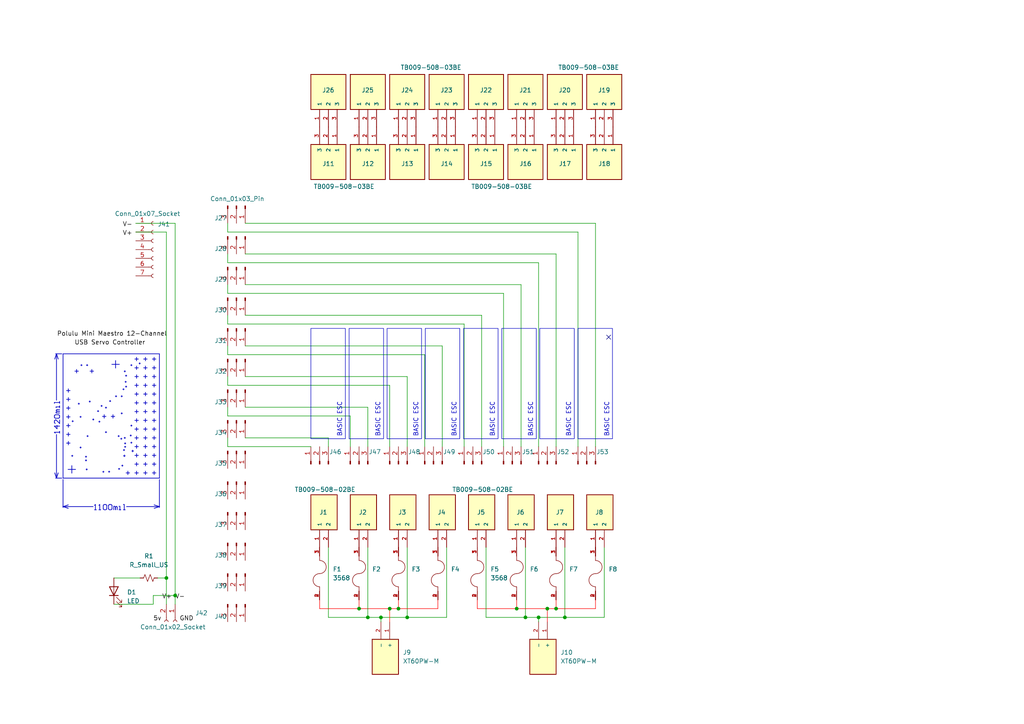
<source format=kicad_sch>
(kicad_sch (version 20250114) (generator "eeschema") (generator_version "9.0")
  (paper "A4")
  (rectangle (start 112.268 95.254) (end 122.268 127.254))
  (rectangle (start 123.35 95.254) (end 133.35 127.254))
  (rectangle (start 90.17 95.254) (end 100.17 127.254))
  (rectangle (start 156.558 95.254) (end 166.558 127.254))
  (rectangle (start 167.64 95.254) (end 177.64 127.254))
  (rectangle (start 134.46 95.254) (end 144.46 127.254))
  (rectangle (start 145.542 95.254) (end 155.542 127.254))
  (rectangle (start 101.252 95.254) (end 111.252 127.254))
  (text "BASIC ESC" (at 131.732 121.666 90) (effects (font (size 1.27 1.27))))
  (text "BASIC ESC" (at 109.634 121.666 90) (effects (font (size 1.27 1.27))))
  (text "BASIC ESC" (at 98.552 121.666 90) (effects (font (size 1.27 1.27))))
  (text "BASIC ESC" (at 120.65 121.666 90) (effects (font (size 1.27 1.27))))
  (text "BASIC ESC" (at 164.94 121.666 90) (effects (font (size 1.27 1.27))))
  (text "BASIC ESC" (at 153.924 121.666 90) (effects (font (size 1.27 1.27))))
  (text "BASIC ESC" (at 142.842 121.666 90) (effects (font (size 1.27 1.27))))
  (text "BASIC ESC" (at 176.022 121.666 90) (effects (font (size 1.27 1.27))))
  (junction (at 48.26 167.64))
  (junction (at 118.11 179.07))
  (junction (at 152.4 179.07))
  (junction (at 149.86 176.53))
  (junction (at 158.75 176.53))
  (junction (at 110.49 179.07))
  (junction (at 161.29 176.53))
  (junction (at 113.03 176.53))
  (junction (at 106.68 179.07))
  (junction (at 115.57 176.53))
  (junction (at 156.21 179.07))
  (junction (at 104.14 176.53))
  (junction (at 50.8 172.72))
  (junction (at 163.83 179.07))
  (no_connect (at 176.53 97.79))
  (polyline (pts (xy 42.164 119.888) (xy 42.164 118.872)) (stroke (width 0.2)))
  (polyline (pts (xy 33.5026 147.8534) (xy 33.5026 147.0914)) (stroke (width 0.2)))
  (polyline (pts (xy 17.2974 118.0084) (xy 16.2814 118.0084)) (stroke (width 0.2)))
  (polyline (pts (xy 27.9146 147.8534) (xy 27.6631 147.8534)) (stroke (width 0.2)))
  (polyline (pts (xy 44.704 107.188) (xy 44.704 106.172)) (stroke (width 0.2)))
  (polyline (pts (xy 28.6766 147.8534) (xy 29.1846 147.8534)) (stroke (width 0.2)))
  (polyline (pts (xy 23.1775 129.794) (xy 23.5585 129.794)) (stroke (width 0.2)))
  (polyline (pts (xy 29.7866 136.8374) (xy 30.1676 136.8374)) (stroke (width 0.2)))
  (polyline (pts (xy 29.2735 117.729) (xy 29.6545 117.729)) (stroke (width 0.2)))
  (wire (pts (xy 118.11 158.75) (xy 118.11 179.07)))
  (polyline (pts (xy 29.9466 147.5994) (xy 29.9466 146.5834)) (stroke (width 0.2)))
  (polyline (pts (xy 23.368 121.0945) (xy 23.368 120.7135)) (stroke (width 0.2)))
  (wire (pts (xy 113.03 176.53) (xy 113.03 180.34)) (stroke (width 0) (color 255 30 0 1)))
  (polyline (pts (xy 17.2974 125.6259) (xy 17.2974 125.1179)) (stroke (width 0.2)))
  (polyline (pts (xy 39.624 135.128) (xy 39.624 134.112)) (stroke (width 0.2)))
  (polyline (pts (xy 36.0045 127) (xy 36.3855 127)) (stroke (width 0.2)))
  (polyline (pts (xy 44.196 129.54) (xy 45.212 129.54)) (stroke (width 0.2)))
  (polyline (pts (xy 34.7726 146.8374) (xy 34.5186 146.8374)) (stroke (width 0.2)))
  (polyline (pts (xy 44.704 135.128) (xy 44.704 134.112)) (stroke (width 0.2)))
  (polyline (pts (xy 41.656 124.46) (xy 42.672 124.46)) (stroke (width 0.2)))
  (polyline (pts (xy 33.4645 114.935) (xy 33.8455 114.935)) (stroke (width 0.2)))
  (polyline (pts (xy 27.4091 147.8534) (xy 27.9146 147.8534)) (stroke (width 0.2)))
  (polyline (pts (xy 44.704 137.668) (xy 44.704 136.652)) (stroke (width 0.2)))
  (wire (pts (xy 45.72 167.64) (xy 48.26 167.64)))
  (polyline (pts (xy 44.196 121.92) (xy 45.212 121.92)) (stroke (width 0.2)))
  (polyline (pts (xy 21.082 122.3645) (xy 21.082 121.9835)) (stroke (width 0.2)))
  (polyline (pts (xy 16.2814 119.7864) (xy 16.2814 119.5324)) (stroke (width 0.2)))
  (polyline (pts (xy 19.812 121.412) (xy 19.812 120.396)) (stroke (width 0.2)))
  (polyline (pts (xy 19.304 125.984) (xy 20.32 125.984)) (stroke (width 0.2)))
  (polyline (pts (xy 44.704 122.428) (xy 44.704 121.412)) (stroke (width 0.2)))
  (polyline (pts (xy 39.116 114.3) (xy 40.132 114.3)) (stroke (width 0.2)))
  (wire (pts (xy 33.02 175.26) (xy 44.45 175.26)))
  (polyline (pts (xy 35.1155 114.935) (xy 35.4965 114.935)) (stroke (width 0.2)))
  (polyline (pts (xy 34.3535 135.9916) (xy 34.7345 135.9916)) (stroke (width 0.2)))
  (polyline (pts (xy 16.2814 118.0084) (xy 16.2814 118.2624)) (stroke (width 0.2)))
  (polyline (pts (xy 34.544 136.1821) (xy 34.544 135.8011)) (stroke (width 0.2)))
  (polyline (pts (xy 24.9428 133.7183) (xy 24.9428 133.3373)) (stroke (width 0.2)))
  (polyline (pts (xy 41.656 121.92) (xy 42.672 121.92)) (stroke (width 0.2)))
  (polyline (pts (xy 34.5186 147.8534) (xy 35.0266 147.8534)) (stroke (width 0.2)))
  (polyline (pts (xy 39.116 106.68) (xy 40.132 106.68)) (stroke (width 0.2)))
  (polyline (pts (xy 38.481 131.064) (xy 38.481 130.556)) (stroke (width 0.2)))
  (wire (pts (xy 156.21 76.2) (xy 66.04 76.2)))
  (polyline (pts (xy 15.7734 121.0564) (xy 15.7734 120.5484)) (stroke (width 0.2)))
  (polyline (pts (xy 41.656 137.16) (xy 42.672 137.16)) (stroke (width 0.2)))
  (polyline (pts (xy 36.449 110.9345) (xy 36.449 110.5535)) (stroke (width 0.2)))
  (polyline (pts (xy 31.75 116.332) (xy 32.131 116.332)) (stroke (width 0.2)))
  (wire (pts (xy 175.26 179.07) (xy 163.83 179.07)))
  (polyline (pts (xy 16.2814 121.8184) (xy 16.0274 121.8184)) (stroke (width 0.2)))
  (wire (pts (xy 127 176.53) (xy 115.57 176.53)) (stroke (width 0) (color 255 0 1 1)))
  (polyline (pts (xy 39.116 132.08) (xy 40.132 132.08)) (stroke (width 0.2)))
  (wire (pts (xy 66.04 76.2) (xy 66.04 73.66)))
  (polyline (pts (xy 39.116 111.76) (xy 40.132 111.76)) (stroke (width 0.2)))
  (polyline (pts (xy 44.196 132.08) (xy 45.212 132.08)) (stroke (width 0.2)))
  (polyline (pts (xy 42.164 117.348) (xy 42.164 116.332)) (stroke (width 0.2)))
  (wire (pts (xy 106.68 158.75) (xy 106.68 179.07)))
  (polyline (pts (xy 26.035 116.6495) (xy 26.035 116.2685)) (stroke (width 0.2)))
  (polyline (pts (xy 30.7086 147.8534) (xy 30.2006 147.8534)) (stroke (width 0.2)))
  (polyline (pts (xy 39.624 109.728) (xy 39.624 108.712)) (stroke (width 0.2)))
  (polyline (pts (xy 30.734 125.5395) (xy 30.734 125.1585)) (stroke (width 0.2)))
  (polyline (pts (xy 29.9771 137.0279) (xy 29.9771 136.6469)) (stroke (width 0.2)))
  (polyline (pts (xy 36.195 127.1905) (xy 36.195 126.8095)) (stroke (width 0.2)))
  (wire (pts (xy 92.71 173.99) (xy 92.71 176.53)) (stroke (width 0) (color 255 0 1 1)))
  (wire (pts (xy 104.14 173.99) (xy 104.14 176.53)) (stroke (width 0) (color 255 0 1 1)))
  (polyline (pts (xy 23.622 106.1085) (xy 23.622 105.7275)) (stroke (width 0.2)))
  (polyline (pts (xy 34.9885 127.254) (xy 35.3695 127.254)) (stroke (width 0.2)))
  (polyline (pts (xy 44.196 124.46) (xy 45.212 124.46)) (stroke (width 0.2)))
  (polyline (pts (xy 44.196 106.68) (xy 45.212 106.68)) (stroke (width 0.2)))
  (wire (pts (xy 115.57 173.99) (xy 115.57 176.53)) (stroke (width 0) (color 255 0 1 1)))
  (polyline (pts (xy 24.9428 132.6515) (xy 24.9428 132.2705)) (stroke (width 0.2)))
  (wire (pts (xy 151.13 129.54) (xy 151.13 82.55)))
  (polyline (pts (xy 15.7734 125.3719) (xy 16.0274 125.6259)) (stroke (width 0.2)))
  (polyline (pts (xy 19.812 116.332) (xy 19.812 115.316)) (stroke (width 0.2)))
  (polyline (pts (xy 36.576 137.16) (xy 37.592 137.16)) (stroke (width 0.2)))
  (wire (pts (xy 151.13 82.55) (xy 71.12 82.55)))
  (wire (pts (xy 118.11 179.07) (xy 110.49 179.07)))
  (polyline (pts (xy 15.7734 123.5964) (xy 16.5354 124.3584)) (stroke (width 0.2)))
  (polyline (pts (xy 38.1 123.6345) (xy 38.1 123.2535)) (stroke (width 0.2)))
  (wire (pts (xy 50.8 172.72) (xy 50.8 64.77)))
  (wire (pts (xy 172.72 173.99) (xy 172.72 176.53)) (stroke (width 0) (color 255 0 1 1)))
  (wire (pts (xy 167.64 129.54) (xy 167.64 67.31)))
  (wire (pts (xy 163.83 158.75) (xy 163.83 179.07)))
  (polyline (pts (xy 39.624 112.268) (xy 39.624 111.252)) (stroke (width 0.2)))
  (polyline (pts (xy 41.656 116.84) (xy 42.672 116.84)) (stroke (width 0.2)))
  (polyline (pts (xy 18.288 146.939) (xy 19.812 146.431)) (stroke (width 0.2)))
  (wire (pts (xy 134.62 129.54) (xy 134.62 93.98)))
  (polyline (pts (xy 39.116 119.38) (xy 40.132 119.38)) (stroke (width 0.2)))
  (polyline (pts (xy 41.656 106.68) (xy 42.672 106.68)) (stroke (width 0.2)))
  (polyline (pts (xy 35.1155 119.888) (xy 35.4965 119.888)) (stroke (width 0.2)))
  (polyline (pts (xy 19.304 113.284) (xy 20.32 113.284)) (stroke (width 0.2)))
  (polyline (pts (xy 17.2974 116.4869) (xy 17.2974 116.7409)) (stroke (width 0.2)))
  (polyline (pts (xy 36.0401 146.3294) (xy 35.7886 146.3294)) (stroke (width 0.2)))
  (wire (pts (xy 152.4 158.75) (xy 152.4 179.07)))
  (polyline (pts (xy 20.955 132.3975) (xy 20.955 132.0165)) (stroke (width 0.2)))
  (polyline (pts (xy 26.6344 108.1659) (xy 26.6344 107.1499)) (stroke (width 0.2)))
  (polyline (pts (xy 15.7734 120.5484) (xy 16.0274 120.2944)) (stroke (width 0.2)))
  (polyline (pts (xy 25.2095 126.492) (xy 25.5905 126.492)) (stroke (width 0.2)))
  (polyline (pts (xy 33.5026 147.0914) (xy 33.5026 147.8534)) (stroke (width 0.2)))
  (polyline (pts (xy 39.116 109.22) (xy 40.132 109.22)) (stroke (width 0.2)))
  (polyline (pts (xy 38.227 130.81) (xy 38.735 130.81)) (stroke (width 0.2)))
  (polyline (pts (xy 44.196 109.22) (xy 45.212 109.22)) (stroke (width 0.2)))
  (polyline (pts (xy 19.304 120.904) (xy 20.32 120.904)) (stroke (width 0.2)))
  (wire (pts (xy 95.25 127) (xy 71.12 127)))
  (polyline (pts (xy 31.4706 147.5994) (xy 31.4706 146.5834)) (stroke (width 0.2)))
  (polyline (pts (xy 41.656 127) (xy 42.672 127)) (stroke (width 0.2)))
  (polyline (pts (xy 42.164 122.428) (xy 42.164 121.412)) (stroke (width 0.2)))
  (polyline (pts (xy 36.7005 146.939) (xy 46.228 146.939)) (stroke (width 0.2)))
  (polyline (pts (xy 22.86 117.2845) (xy 22.86 116.9035)) (stroke (width 0.2)))
  (polyline (pts (xy 44.704 112.268) (xy 44.704 111.252)) (stroke (width 0.2)))
  (polyline (pts (xy 25.146 136.3345) (xy 25.146 135.9535)) (stroke (width 0.2)))
  (polyline (pts (xy 39.116 127) (xy 40.132 127)) (stroke (width 0.2)))
  (polyline (pts (xy 23.4315 105.918) (xy 23.8125 105.918)) (stroke (width 0.2)))
  (polyline (pts (xy 39.624 117.348) (xy 39.624 116.332)) (stroke (width 0.2)))
  (polyline (pts (xy 20.828 137.2362) (xy 20.828 135.0518)) (stroke (width 0.2)))
  (polyline (pts (xy 30.226 121.285) (xy 30.226 120.269)) (stroke (width 0.2)))
  (polyline (pts (xy 17.0434 121.3104) (xy 16.0274 121.3104)) (stroke (width 0.2)))
  (polyline (pts (xy 19.812 126.492) (xy 19.812 125.476)) (stroke (width 0.2)))
  (polyline (pts (xy 17.2974 125.3719) (xy 15.7734 125.3719)) (stroke (width 0.2)))
  (polyline (pts (xy 15.875 104.14) (xy 16.383 102.616)) (stroke (width 0.2)))
  (polyline (pts (xy 36.2585 110.744) (xy 36.6395 110.744)) (stroke (width 0.2)))
  (polyline (pts (xy 35.306 115.1255) (xy 35.306 114.7445)) (stroke (width 0.2)))
  (polyline (pts (xy 32.2326 147.8534) (xy 31.7246 147.8534)) (stroke (width 0.2)))
  (wire (pts (xy 139.7 129.54) (xy 139.7 91.44)))
  (wire (pts (xy 175.26 158.75) (xy 175.26 179.07)))
  (polyline (pts (xy 41.656 109.22) (xy 42.672 109.22)) (stroke (width 0.2)))
  (wire (pts (xy 106.68 118.11) (xy 71.12 118.11)))
  (wire (pts (xy 156.21 129.54) (xy 156.21 76.2)))
  (polyline (pts (xy 30.9626 146.5834) (xy 30.9626 147.5994)) (stroke (width 0.2)))
  (polyline (pts (xy 39.116 134.62) (xy 40.132 134.62)) (stroke (width 0.2)))
  (polyline (pts (xy 33.528 106.7562) (xy 33.528 104.5718)) (stroke (width 0.2)))
  (polyline (pts (xy 44.704 114.808) (xy 44.704 113.792)) (stroke (width 0.2)))
  (polyline (pts (xy 35.306 120.0785) (xy 35.306 119.6975)) (stroke (width 0.2)))
  (polyline (pts (xy 30.2006 146.3294) (xy 30.7086 146.3294)) (stroke (width 0.2)))
  (polyline (pts (xy 32.4866 146.5834) (xy 32.4866 147.5994)) (stroke (width 0.2)))
  (wire (pts (xy 113.03 129.54) (xy 113.03 111.76)))
  (polyline (pts (xy 36.195 107.8865) (xy 36.195 107.5055)) (stroke (width 0.2)))
  (polyline (pts (xy 36.2966 128.7907) (xy 36.2966 128.4097)) (stroke (width 0.2)))
  (wire (pts (xy 95.25 179.07) (xy 106.68 179.07)))
  (wire (pts (xy 71.12 91.44) (xy 139.7 91.44)))
  (wire (pts (xy 95.25 129.54) (xy 95.25 127)))
  (polyline (pts (xy 41.656 134.62) (xy 42.672 134.62)) (stroke (width 0.2)))
  (polyline (pts (xy 39.116 104.14) (xy 40.132 104.14)) (stroke (width 0.2)))
  (polyline (pts (xy 44.704 109.728) (xy 44.704 108.712)) (stroke (width 0.2)))
  (polyline (pts (xy 44.704 132.588) (xy 44.704 131.572)) (stroke (width 0.2)))
  (polyline (pts (xy 18.288 138.684) (xy 18.288 102.616)) (stroke (width 0.2)))
  (polyline (pts (xy 42.164 104.648) (xy 42.164 103.632)) (stroke (width 0.2)))
  (polyline (pts (xy 33.5026 147.0914) (xy 33.7566 146.8374)) (stroke (width 0.2)))
  (polyline (pts (xy 29.1846 147.8534) (xy 28.9306 147.8534)) (stroke (width 0.2)))
  (wire (pts (xy 90.17 129.54) (xy 66.04 129.54)))
  (wire (pts (xy 152.4 179.07) (xy 156.21 179.07)))
  (polyline (pts (xy 36.576 112.3315) (xy 36.576 111.9505)) (stroke (width 0.2)))
  (polyline (pts (xy 16.383 138.684) (xy 16.383 126.0323)) (stroke (width 0.2)))
  (wire (pts (xy 118.11 109.22) (xy 71.12 109.22)))
  (polyline (pts (xy 36.2966 129.7813) (xy 36.2966 129.4003)) (stroke (width 0.2)))
  (polyline (pts (xy 36.1061 128.6002) (xy 36.4871 128.6002)) (stroke (width 0.2)))
  (polyline (pts (xy 24.7523 133.5278) (xy 25.1333 133.5278)) (stroke (width 0.2)))
  (wire (pts (xy 110.49 179.07) (xy 110.49 180.34)))
  (polyline (pts (xy 34.7726 147.8534) (xy 34.7726 146.8374)) (stroke (width 0.2)))
  (polyline (pts (xy 16.383 116.0805) (xy 16.383 102.616)) (stroke (width 0.2)))
  (polyline (pts (xy 42.164 107.188) (xy 42.164 106.172)) (stroke (width 0.2)))
  (wire (pts (xy 44.45 172.72) (xy 50.8 172.72)))
  (polyline (pts (xy 17.0434 120.2944) (xy 17.2974 120.5484)) (stroke (width 0.2)))
  (polyline (pts (xy 44.704 119.888) (xy 44.704 118.872)) (stroke (width 0.2)))
  (polyline (pts (xy 42.164 124.968) (xy 42.164 123.952)) (stroke (width 0.2)))
  (polyline (pts (xy 36.068 132.461) (xy 36.068 131.953)) (stroke (width 0.2)))
  (polyline (pts (xy 42.164 114.808) (xy 42.164 113.792)) (stroke (width 0.2)))
  (polyline (pts (xy 17.2974 117.7544) (xy 17.2974 118.0084)) (stroke (width 0.2)))
  (wire (pts (xy 129.54 179.07) (xy 118.11 179.07)))
  (polyline (pts (xy 37.7317 126.3142) (xy 38.1127 126.3142)) (stroke (width 0.2)))
  (polyline (pts (xy 16.5354 119.2784) (xy 16.2814 119.0244)) (stroke (width 0.2)))
  (polyline (pts (xy 39.624 132.588) (xy 39.624 131.572)) (stroke (width 0.2)))
  (polyline (pts (xy 31.6535 137.0025) (xy 31.6535 136.6215)) (stroke (width 0.2)))
  (polyline (pts (xy 35.7886 147.8534) (xy 36.2941 147.8534)) (stroke (width 0.2)))
  (polyline (pts (xy 35.179 127.4445) (xy 35.179 127.0635)) (stroke (width 0.2)))
  (wire (pts (xy 48.26 67.31) (xy 39.37 67.31)))
  (wire (pts (xy 146.05 129.54) (xy 146.05 85.09)))
  (wire (pts (xy 146.05 85.09) (xy 66.04 85.09)))
  (wire (pts (xy 50.8 175.26) (xy 50.8 172.72)))
  (polyline (pts (xy 36.1061 129.5908) (xy 36.4871 129.5908)) (stroke (width 0.2)))
  (wire (pts (xy 140.97 179.07) (xy 152.4 179.07)))
  (polyline (pts (xy 44.704 127.508) (xy 44.704 126.492)) (stroke (width 0.2)))
  (polyline (pts (xy 27.6631 146.3294) (xy 27.4091 146.5834)) (stroke (width 0.2)))
  (polyline (pts (xy 16.383 138.684) (xy 16.891 137.16)) (stroke (width 0.2)))
  (polyline (pts (xy 17.2974 119.7864) (xy 16.2814 119.7864)) (stroke (width 0.2)))
  (polyline (pts (xy 44.196 137.16) (xy 45.212 137.16)) (stroke (width 0.2)))
  (polyline (pts (xy 17.2974 125.1179) (xy 17.2974 125.3719)) (stroke (width 0.2)))
  (polyline (pts (xy 25.273 106.1085) (xy 25.273 105.7275)) (stroke (width 0.2)))
  (polyline (pts (xy 31.9405 116.5225) (xy 31.9405 116.1415)) (stroke (width 0.2)))
  (wire (pts (xy 50.8 64.77) (xy 39.37 64.77)))
  (polyline (pts (xy 36.576 109.1565) (xy 36.576 108.7755)) (stroke (width 0.2)))
  (polyline (pts (xy 19.7358 136.144) (xy 21.9202 136.144)) (stroke (width 0.2)))
  (polyline (pts (xy 18.288 147.193) (xy 18.288 139.065)) (stroke (width 0.2)))
  (polyline (pts (xy 18.288 146.939) (xy 27.0027 146.939)) (stroke (width 0.2)))
  (polyline (pts (xy 19.812 129.032) (xy 19.812 128.016)) (stroke (width 0.2)))
  (wire (pts (xy 33.02 167.64) (xy 40.64 167.64)))
  (polyline (pts (xy 27.051 121.8565) (xy 27.051 121.4755)) (stroke (width 0.2)))
  (polyline (pts (xy 17.2974 121.8184) (xy 17.2974 122.8344)) (stroke (width 0.2)))
  (polyline (pts (xy 41.656 129.54) (xy 42.672 129.54)) (stroke (width 0.2)))
  (polyline (pts (xy 40.3225 105.41) (xy 40.7035 105.41)) (stroke (width 0.2)))
  (polyline (pts (xy 39.624 104.648) (xy 39.624 103.632)) (stroke (width 0.2)))
  (polyline (pts (xy 16.0274 120.2944) (xy 17.0434 120.2944)) (stroke (width 0.2)))
  (polyline (pts (xy 18.288 146.939) (xy 19.812 147.447)) (stroke (width 0.2)))
  (wire (pts (xy 161.29 176.53) (xy 158.75 176.53)) (stroke (width 0) (color 255 0 1 1)))
  (polyline (pts (xy 39.624 114.808) (xy 39.624 113.792)) (stroke (width 0.2)))
  (polyline (pts (xy 16.5354 124.3584) (xy 16.5354 123.3424)) (stroke (width 0.2)))
  (polyline (pts (xy 33.7566 146.8374) (xy 34.0106 147.0914)) (stroke (width 0.2)))
  (wire (pts (xy 161.29 73.66) (xy 71.12 73.66)))
  (polyline (pts (xy 17.2974 116.7409) (xy 15.7734 116.7409)) (stroke (width 0.2)))
  (wire (pts (xy 115.57 176.53) (xy 113.03 176.53)) (stroke (width 0) (color 255 0 1 1)))
  (polyline (pts (xy 19.304 115.824) (xy 20.32 115.824)) (stroke (width 0.2)))
  (polyline (pts (xy 39.116 121.92) (xy 40.132 121.92)) (stroke (width 0.2)))
  (polyline (pts (xy 39.624 122.428) (xy 39.624 121.412)) (stroke (width 0.2)))
  (wire (pts (xy 101.6 120.65) (xy 66.04 120.65)))
  (wire (pts (xy 118.11 129.54) (xy 118.11 109.22)))
  (wire (pts (xy 134.62 93.98) (xy 66.04 93.98)))
  (polyline (pts (xy 44.196 119.38) (xy 45.212 119.38)) (stroke (width 0.2)))
  (wire (pts (xy 163.83 179.07) (xy 156.21 179.07)))
  (polyline (pts (xy 19.812 113.792) (xy 19.812 112.776)) (stroke (width 0.2)))
  (polyline (pts (xy 16.129 102.616) (xy 17.907 102.616)) (stroke (width 0.2)))
  (polyline (pts (xy 44.196 111.76) (xy 45.212 111.76)) (stroke (width 0.2)))
  (polyline (pts (xy 39.116 124.46) (xy 40.132 124.46)) (stroke (width 0.2)))
  (polyline (pts (xy 41.656 104.14) (xy 42.672 104.14)) (stroke (width 0.2)))
  (wire (pts (xy 106.68 179.07) (xy 110.49 179.07)))
  (wire (pts (xy 95.25 158.75) (xy 95.25 179.07)))
  (polyline (pts (xy 15.875 137.16) (xy 16.383 138.684)) (stroke (width 0.2)))
  (polyline (pts (xy 36.0401 147.8534) (xy 36.0401 146.3294)) (stroke (width 0.2)))
  (wire (pts (xy 44.45 175.26) (xy 44.45 172.72)))
  (polyline (pts (xy 27.6631 147.8534) (xy 27.6631 146.3294)) (stroke (width 0.2)))
  (polyline (pts (xy 17.2974 119.2784) (xy 16.5354 119.2784)) (stroke (width 0.2)))
  (polyline (pts (xy 28.448 119.4435) (xy 28.448 119.0625)) (stroke (width 0.2)))
  (polyline (pts (xy 31.463 136.812) (xy 31.844 136.812)) (stroke (width 0.2)))
  (wire (pts (xy 113.03 111.76) (xy 66.04 111.76)))
  (polyline (pts (xy 36.0045 107.696) (xy 36.3855 107.696)) (stroke (width 0.2)))
  (polyline (pts (xy 26.8605 121.666) (xy 27.2415 121.666)) (stroke (width 0.2)))
  (polyline (pts (xy 42.164 135.128) (xy 42.164 134.112)) (stroke (width 0.2)))
  (wire (pts (xy 128.27 129.54) (xy 128.27 100.33)))
  (polyline (pts (xy 15.7734 122.0724) (xy 15.7734 122.5804)) (stroke (width 0.2)))
  (polyline (pts (xy 39.624 137.668) (xy 39.624 136.652)) (stroke (width 0.2)))
  (polyline (pts (xy 35.6235 112.903) (xy 36.0045 112.903)) (stroke (width 0.2)))
  (polyline (pts (xy 37.9095 105.918) (xy 38.2905 105.918)) (stroke (width 0.2)))
  (wire (pts (xy 128.27 100.33) (xy 71.12 100.33)))
  (polyline (pts (xy 41.656 119.38) (xy 42.672 119.38)) (stroke (width 0.2)))
  (polyline (pts (xy 37.9095 123.444) (xy 38.2905 123.444)) (stroke (width 0.2)))
  (wire (pts (xy 66.04 93.98) (xy 66.04 91.44)))
  (polyline (pts (xy 28.9306 147.8534) (xy 28.9306 146.3294)) (stroke (width 0.2)))
  (polyline (pts (xy 22.6695 117.094) (xy 23.0505 117.094)) (stroke (width 0.2)))
  (polyline (pts (xy 35.9664 130.7211) (xy 35.9664 130.3401)) (stroke (width 0.2)))
  (polyline (pts (xy 34.2265 126.492) (xy 34.6075 126.492)) (stroke (width 0.2)))
  (polyline (pts (xy 44.196 116.84) (xy 45.212 116.84)) (stroke (width 0.2)))
  (polyline (pts (xy 41.656 111.76) (xy 42.672 111.76)) (stroke (width 0.2)))
  (polyline (pts (xy 35.2933 135.0518) (xy 35.6743 135.0518)) (stroke (width 0.2)))
  (polyline (pts (xy 37.084 137.668) (xy 37.084 136.652)) (stroke (width 0.2)))
  (polyline (pts (xy 46.228 147.193) (xy 46.228 139.065)) (stroke (width 0.2)))
  (polyline (pts (xy 17.2974 116.9949) (xy 17.2974 116.4869)) (stroke (width 0.2)))
  (polyline (pts (xy 44.196 134.62) (xy 45.212 134.62)) (stroke (width 0.2)))
  (polyline (pts (xy 44.704 117.348) (xy 44.704 116.332)) (stroke (width 0.2)))
  (polyline (pts (xy 28.829 122.4915) (xy 28.829 122.1105)) (stroke (width 0.2)))
  (polyline (pts (xy 30.5435 125.349) (xy 30.9245 125.349)) (stroke (width 0.2)))
  (polyline (pts (xy 17.2974 123.5964) (xy 15.7734 123.5964)) (stroke (width 0.2)))
  (wire (pts (xy 123.19 129.54) (xy 123.19 102.87)))
  (polyline (pts (xy 29.9466 146.5834) (xy 30.2006 146.3294)) (stroke (width 0.2)))
  (polyline (pts (xy 24.7523 132.461) (xy 25.1333 132.461)) (stroke (width 0.2)))
  (wire (pts (xy 158.75 176.53) (xy 158.75 180.34)) (stroke (width 0) (color 255 0 8 1)))
  (polyline (pts (xy 30.7086 146.3294) (xy 30.9626 146.5834)) (stroke (width 0.2)))
  (polyline (pts (xy 33.655 115.1255) (xy 33.655 114.7445)) (stroke (width 0.2)))
  (wire (pts (xy 149.86 173.99) (xy 149.86 176.53)) (stroke (width 0) (color 255 0 1 1)))
  (wire (pts (xy 92.71 176.53) (xy 104.14 176.53)) (stroke (width 0) (color 255 0 1 1)))
  (wire (pts (xy 66.04 111.76) (xy 66.04 109.22)))
  (polyline (pts (xy 42.164 137.668) (xy 42.164 136.652)) (stroke (width 0.2)))
  (polyline (pts (xy 35.0266 147.8534) (xy 34.7726 147.8534)) (stroke (width 0.2)))
  (polyline (pts (xy 39.624 107.188) (xy 39.624 106.172)) (stroke (width 0.2)))
  (polyline (pts (xy 40.513 105.6005) (xy 40.513 105.2195)) (stroke (width 0.2)))
  (polyline (pts (xy 29.464 117.9195) (xy 29.464 117.5385)) (stroke (width 0.2)))
  (polyline (pts (xy 20.8915 122.174) (xy 21.2725 122.174)) (stroke (width 0.2)))
  (polyline (pts (xy 44.196 127) (xy 45.212 127)) (stroke (width 0.2)))
  (wire (pts (xy 66.04 67.31) (xy 66.04 64.77)))
  (wire (pts (xy 129.54 158.75) (xy 129.54 179.07)))
  (polyline (pts (xy 32.4866 147.5994) (xy 32.2326 147.8534)) (stroke (width 0.2)))
  (polyline (pts (xy 31.7246 147.8534) (xy 31.4706 147.5994)) (stroke (width 0.2)))
  (polyline (pts (xy 39.624 130.048) (xy 39.624 129.032)) (stroke (width 0.2)))
  (polyline (pts (xy 16.0274 121.8184) (xy 15.7734 122.0724)) (stroke (width 0.2)))
  (polyline (pts (xy 44.704 130.048) (xy 44.704 129.032)) (stroke (width 0.2)))
  (polyline (pts (xy 37.9095 128.397) (xy 38.2905 128.397)) (stroke (width 0.2)))
  (polyline (pts (xy 31.4706 146.5834) (xy 31.7246 146.3294)) (stroke (width 0.2)))
  (polyline (pts (xy 32.766 121.285) (xy 32.766 120.269)) (stroke (width 0.2)))
  (polyline (pts (xy 35.4838 135.2423) (xy 35.4838 134.8613)) (stroke (width 0.2)))
  (polyline (pts (xy 32.258 120.777) (xy 33.274 120.777)) (stroke (width 0.2)))
  (polyline (pts (xy 34.417 126.6825) (xy 34.417 126.3015)) (stroke (width 0.2)))
  (polyline (pts (xy 32.9946 146.8374) (xy 33.2486 146.8374)) (stroke (width 0.2)))
  (polyline (pts (xy 42.164 127.508) (xy 42.164 126.492)) (stroke (width 0.2)))
  (wire (pts (xy 66.04 129.54) (xy 66.04 127)))
  (wire (pts (xy 172.72 176.53) (xy 161.29 176.53)) (stroke (width 0) (color 255 0 1 1)))
  (polyline (pts (xy 36.3855 112.141) (xy 36.7665 112.141)) (stroke (width 0.2)))
  (polyline (pts (xy 17.2974 121.0564) (xy 17.0434 121.3104)) (stroke (width 0.2)))
  (polyline (pts (xy 44.196 104.14) (xy 45.212 104.14)) (stroke (width 0.2)))
  (polyline (pts (xy 16.129 138.684) (xy 17.907 138.684)) (stroke (width 0.2)))
  (polyline (pts (xy 36.2941 147.8534) (xy 36.0401 147.8534)) (stroke (width 0.2)))
  (polyline (pts (xy 32.9946 147.8534) (xy 32.9946 146.8374)) (stroke (width 0.2)))
  (polyline (pts (xy 33.2486 146.8374) (xy 33.5026 147.0914)) (stroke (width 0.2)))
  (polyline (pts (xy 29.718 120.777) (xy 30.734 120.777)) (stroke (width 0.2)))
  (polyline (pts (xy 16.2814 119.5324) (xy 16.5354 119.2784)) (stroke (width 0.2)))
  (polyline (pts (xy 42.164 130.048) (xy 42.164 129.032)) (stroke (width 0.2)))
  (polyline (pts (xy 26.1264 107.6579) (xy 27.1424 107.6579)) (stroke (width 0.2)))
  (wire (pts (xy 66.04 120.65) (xy 66.04 118.11)))
  (polyline (pts (xy 39.116 137.16) (xy 40.132 137.16)) (stroke (width 0.2)))
  (wire (pts (xy 161.29 129.54) (xy 161.29 73.66)))
  (wire (pts (xy 140.97 158.75) (xy 140.97 179.07)))
  (wire (pts (xy 48.26 175.26) (xy 48.26 167.64)))
  (polyline (pts (xy 17.2974 118.2624) (xy 17.2974 117.7544)) (stroke (width 0.2)))
  (polyline (pts (xy 30.9626 147.5994) (xy 30.7086 147.8534)) (stroke (width 0.2)))
  (wire (pts (xy 101.6 120.65) (xy 101.6 129.54)))
  (polyline (pts (xy 28.6385 122.301) (xy 29.0195 122.301)) (stroke (width 0.2)))
  (polyline (pts (xy 44.704 104.648) (xy 44.704 103.632)) (stroke (width 0.2)))
  (polyline (pts (xy 15.7734 116.7409) (xy 15.7734 116.9949)) (stroke (width 0.2)))
  (polyline (pts (xy 42.164 109.728) (xy 42.164 108.712)) (stroke (width 0.2)))
  (polyline (pts (xy 28.2575 119.253) (xy 28.6385 119.253)) (stroke (width 0.2)))
  (wire (pts (xy 106.68 129.54) (xy 106.68 118.11)))
  (polyline (pts (xy 39.116 116.84) (xy 40.132 116.84)) (stroke (width 0.2)))
  (polyline (pts (xy 38.1 128.5875) (xy 38.1 128.2065)) (stroke (width 0.2)))
  (wire (pts (xy 66.04 102.87) (xy 66.04 100.33)))
  (polyline (pts (xy 17.2974 120.5484) (xy 17.2974 121.0564)) (stroke (width 0.2)))
  (wire (pts (xy 172.72 129.54) (xy 172.72 64.77)))
  (polyline (pts (xy 46.228 138.684) (xy 46.228 102.616)) (stroke (width 0.2)))
  (polyline (pts (xy 39.624 124.968) (xy 39.624 123.952)) (stroke (width 0.2)))
  (polyline (pts (xy 19.304 118.364) (xy 20.32 118.364)) (stroke (width 0.2)))
  (polyline (pts (xy 25.8445 116.459) (xy 26.2255 116.459)) (stroke (width 0.2)))
  (polyline (pts (xy 32.4358 105.664) (xy 34.6202 105.664)) (stroke (width 0.2)))
  (polyline (pts (xy 35.814 132.207) (xy 36.322 132.207)) (stroke (width 0.2)))
  (polyline (pts (xy 25.4 126.6825) (xy 25.4 126.3015)) (stroke (width 0.2)))
  (polyline (pts (xy 41.656 132.08) (xy 42.672 132.08)) (stroke (width 0.2)))
  (polyline (pts (xy 16.5354 119.2784) (xy 17.2974 119.2784)) (stroke (width 0.2)))
  (polyline (pts (xy 36.3855 108.966) (xy 36.7665 108.966)) (stroke (width 0.2)))
  (polyline (pts (xy 39.624 119.888) (xy 39.624 118.872)) (stroke (width 0.2)))
  (wire (pts (xy 167.64 67.31) (xy 66.04 67.31)))
  (polyline (pts (xy 23.368 129.9845) (xy 23.368 129.6035)) (stroke (width 0.2)))
  (polyline (pts (xy 17.2974 122.8344) (xy 16.2814 121.8184)) (stroke (width 0.2)))
  (polyline (pts (xy 34.0106 147.0914) (xy 34.0106 147.8534)) (stroke (width 0.2)))
  (polyline (pts (xy 19.812 118.872) (xy 19.812 117.856)) (stroke (width 0.2)))
  (wire (pts (xy 66.04 85.09) (xy 66.04 82.55)))
  (polyline (pts (xy 19.812 123.952) (xy 19.812 122.936)) (stroke (width 0.2)))
  (polyline (pts (xy 24.9555 136.144) (xy 25.3365 136.144)) (stroke (width 0.2)))
  (wire (pts (xy 127 173.99) (xy 127 176.53)) (stroke (width 0) (color 255 0 1 1)))
  (polyline (pts (xy 44.704 146.431) (xy 46.228 146.939)) (stroke (width 0.2)))
  (polyline (pts (xy 41.656 114.3) (xy 42.672 114.3)) (stroke (width 0.2)))
  (wire (pts (xy 138.43 176.53) (xy 149.86 176.53)) (stroke (width 0) (color 255 0 1 1)))
  (polyline (pts (xy 16.5354 118.7704) (xy 17.2974 118.7704)) (stroke (width 0.2)))
  (polyline (pts (xy 32.2326 146.3294) (xy 32.4866 146.5834)) (stroke (width 0.2)))
  (wire (pts (xy 104.14 176.53) (xy 113.03 176.53)) (stroke (width 0) (color 255 0 1 1)))
  (polyline (pts (xy 30.2006 147.8534) (xy 29.9466 147.5994)) (stroke (width 0.2)))
  (polyline (pts (xy 30.5435 118.237) (xy 30.9245 118.237)) (stroke (width 0.2)))
  (polyline (pts (xy 44.196 114.3) (xy 45.212 114.3)) (stroke (width 0.2)))
  (polyline (pts (xy 37.9222 126.5047) (xy 37.9222 126.1237)) (stroke (width 0.2)))
  (polyline (pts (xy 35.7759 130.5306) (xy 36.1569 130.5306)) (stroke (width 0.2)))
  (wire (pts (xy 138.43 173.99) (xy 138.43 176.53)) (stroke (width 0) (color 255 0 1 1)))
  (polyline (pts (xy 16.383 102.616) (xy 16.891 104.14)) (stroke (width 0.2)))
  (wire (pts (xy 172.72 64.77) (xy 71.12 64.77)))
  (polyline (pts (xy 39.624 127.508) (xy 39.624 126.492)) (stroke (width 0.2)))
  (polyline (pts (xy 25.0825 105.918) (xy 25.4635 105.918)) (stroke (width 0.2)))
  (polyline (pts (xy 42.164 112.268) (xy 42.164 111.252)) (stroke (width 0.2)))
  (polyline (pts (xy 42.164 132.588) (xy 42.164 131.572)) (stroke (width 0.2)))
  (polyline (pts (xy 30.734 118.4275) (xy 30.734 118.0465)) (stroke (width 0.2)))
  (polyline (pts (xy 22.2352 108.1659) (xy 22.2352 107.1499)) (stroke (width 0.2)))
  (polyline (pts (xy 44.704 147.447) (xy 46.228 146.939)) (stroke (width 0.2)))
  (polyline (pts (xy 15.7734 122.5804) (xy 16.0274 122.8344)) (stroke (width 0.2)))
  (wire (pts (xy 48.26 167.64) (xy 48.26 67.31)))
  (polyline (pts (xy 39.116 129.54) (xy 40.132 129.54)) (stroke (width 0.2)))
  (polyline (pts (xy 20.7645 132.207) (xy 21.1455 132.207)) (stroke (width 0.2)))
  (polyline (pts (xy 19.304 128.524) (xy 20.32 128.524)) (stroke (width 0.2)))
  (polyline (pts (xy 31.7246 146.3294) (xy 32.2326 146.3294)) (stroke (width 0.2)))
  (polyline (pts (xy 16.0274 121.3104) (xy 15.7734 121.0564)) (stroke (width 0.2)))
  (polyline (pts (xy 19.304 123.444) (xy 20.32 123.444)) (stroke (width 0.2)))
  (wire (pts (xy 156.21 179.07) (xy 156.21 180.34)))
  (polyline (pts (xy 35.814 113.0935) (xy 35.814 112.7125)) (stroke (width 0.2)))
  (polyline (pts (xy 44.704 124.968) (xy 44.704 123.952)) (stroke (width 0.2)))
  (wire (pts (xy 149.86 176.53) (xy 158.75 176.53)) (stroke (width 0) (color 255 0 1 1)))
  (wire (pts (xy 161.29 173.99) (xy 161.29 176.53)) (stroke (width 0) (color 255 0 1 1)))
  (polyline (pts (xy 23.1775 120.904) (xy 23.5585 120.904)) (stroke (width 0.2)))
  (wire (pts (xy 123.19 102.87) (xy 66.04 102.87)))
  (polyline (pts (xy 18.288 102.616) (xy 46.228 102.616)) (stroke (width 0.2)))
  (polyline (pts (xy 28.9306 146.3294) (xy 28.6766 146.5834)) (stroke (width 0.2)))
  (polyline (pts (xy 38.1 106.1085) (xy 38.1 105.7275)) (stroke (width 0.2)))
  (polyline (pts (xy 21.7272 107.6579) (xy 22.7432 107.6579)) (stroke (width 0.2)))
  (polyline (pts (xy 18.288 138.684) (xy 46.228 138.684)) (stroke (width 0.2)))
  (polyline (pts (xy 16.2814 119.0244) (xy 16.5354 118.7704)) (stroke (width 0.2)))
  (label "V-" (at 35.56 66.04 0))
  (label "V-" (at 50.8 173.99 0))
  (label "V+" (at 46.99 173.99 0))
  (label "USB Servo Controller" (at 21.59 100.33 0))
  (label "Polulu Mini Maestro 12-Channel" (at 16.51 97.79 0))
  (label "5v" (at 44.45 180.34 0))
  (label "V+" (at 35.56 68.58 0))
  (label "GND" (at 52.07 180.34 0))
  (symbol (lib_id "TB009-508-03BE:TB009-508-03BE") (at 95.25 26.67 90) (unit 1)
    (property "Reference" "J26" (at 97.028 26.162 90) (effects (justify left)))
    (property "Value" "TB009-508-03BE" (effects (hide yes)))
    (property "Footprint" "TB009-508-03BE Wire Terminal:CUI_TB009-508-03BE" (effects (hide yes)))
    (property "MF" "Same Sky" (effects (hide yes)))
    (property "Description_1" "2~24 Poles, Screw Type, Horizontal, 5.08 Pitch, 26~12 (AWG), Terminal Block Connector" (effects (hide yes)))
    (property "Package" "None" (effects (hide yes)))
    (property "Price" "None" (effects (hide yes)))
    (property "Check_prices" "https://www.snapeda.com/parts/TB009-508-03BE/Same+Sky/view-part/?ref=eda" (effects (hide yes)))
    (property "STANDARD" "Manufacturer Recommendations" (effects (hide yes)))
    (property "SnapEDA_Link" "https://www.snapeda.com/parts/TB009-508-03BE/Same+Sky/view-part/?ref=snap" (effects (hide yes)))
    (property "MP" "TB009-508-03BE" (effects (hide yes)))
    (property "Availability" "In Stock" (effects (hide yes)))
    (property "MANUFACTURER" "CUI" (effects (hide yes)))
  )
  (symbol (lib_id "Device:R_Small_US") (at 43.18 167.64 90) (unit 1)
    (property "Reference" "R1" (at 43.18 161.29 90))
    (property "Value" "R_Small_US" (at 43.18 163.83 90))
    (property "Footprint" "Resistor_THT:R_Axial_DIN0204_L3.6mm_D1.6mm_P2.54mm_Vertical" (effects (hide yes)))
    (property "Description" "Resistor, small US symbol" (effects (hide yes)))
  )
  (symbol (lib_id "TB009-508-02BE:TB009-508-02BE") (at 140.97 148.59 90) (unit 1)
    (property "Reference" "J5" (at 140.716 148.59 90) (effects (justify left)))
    (property "Value" "TB009-508-02BE" (at 148.844 141.986 90) (effects (justify left)))
    (property "Footprint" "TB009-508-02BE Wire Terminal:CUI_TB009-508-02BE" (effects (hide yes)))
    (property "MF" "Same Sky" (effects (hide yes)))
    (property "Description_1" "2~24 Poles, Screw Type, Horizontal, 5.08 Pitch, 26~12 (AWG), Terminal Block Connector" (effects (hide yes)))
    (property "Package" "None" (effects (hide yes)))
    (property "Price" "None" (effects (hide yes)))
    (property "Check_prices" "https://www.snapeda.com/parts/TB009-508-02BE/Same+Sky/view-part/?ref=eda" (effects (hide yes)))
    (property "STANDARD" "Manufacturer Recommendations" (effects (hide yes)))
    (property "SnapEDA_Link" "https://www.snapeda.com/parts/TB009-508-02BE/Same+Sky/view-part/?ref=snap" (effects (hide yes)))
    (property "MP" "TB009-508-02BE" (effects (hide yes)))
    (property "Availability" "In Stock" (effects (hide yes)))
    (property "MANUFACTURER" "CUI" (effects (hide yes)))
  )
  (symbol (lib_id "Connector:Conn_01x03_Pin") (at 68.58 166.37 270) (unit 1)
    (property "Reference" "J39" (at 64.008 169.926 90))
    (property "Value" "Conn_01x03_Pin" (effects (hide yes)))
    (property "Footprint" "Connector_PinSocket_2.54mm:PinSocket_1x03_P2.54mm_Vertical" (effects (hide yes)))
    (property "Description" "Generic connector, single row, 01x03, script generated" (effects (hide yes)))
  )
  (symbol (lib_id "Connector:Conn_01x03_Pin") (at 158.75 134.62 90) (unit 1)
    (property "Reference" "J52" (at 163.322 131.064 90))
    (property "Value" "Conn_01x03_Pin" (effects (hide yes)))
    (property "Footprint" "Connector_PinHeader_2.54mm:PinHeader_1x03_P2.54mm_Vertical" (effects (hide yes)))
    (property "Description" "Generic connector, single row, 01x03, script generated" (effects (hide yes)))
  )
  (symbol (lib_id "TB009-508-03BE:TB009-508-03BE") (at 163.83 26.67 90) (unit 1)
    (property "Reference" "J20" (at 165.608 26.162 90) (effects (justify left)))
    (property "Value" "TB009-508-03BE" (effects (hide yes)))
    (property "Footprint" "TB009-508-03BE Wire Terminal:CUI_TB009-508-03BE" (effects (hide yes)))
    (property "MF" "Same Sky" (effects (hide yes)))
    (property "Description_1" "2~24 Poles, Screw Type, Horizontal, 5.08 Pitch, 26~12 (AWG), Terminal Block Connector" (effects (hide yes)))
    (property "Package" "None" (effects (hide yes)))
    (property "Price" "None" (effects (hide yes)))
    (property "Check_prices" "https://www.snapeda.com/parts/TB009-508-03BE/Same+Sky/view-part/?ref=eda" (effects (hide yes)))
    (property "STANDARD" "Manufacturer Recommendations" (effects (hide yes)))
    (property "SnapEDA_Link" "https://www.snapeda.com/parts/TB009-508-03BE/Same+Sky/view-part/?ref=snap" (effects (hide yes)))
    (property "MP" "TB009-508-03BE" (effects (hide yes)))
    (property "Availability" "In Stock" (effects (hide yes)))
    (property "MANUFACTURER" "CUI" (effects (hide yes)))
  )
  (symbol (lib_id "XT60PW-M:XT60PW-M") (at 156.21 190.5 270) (unit 1)
    (property "Reference" "J10" (at 162.56 189.2299 90) (effects (justify left)))
    (property "Value" "XT60PW-M" (at 162.56 191.7699 90) (effects (justify left)))
    (property "Footprint" "XT60PW-M Power Connector:AMASS_XT60PW-M" (effects (hide yes)))
    (property "MF" "AMASS" (effects (hide yes)))
    (property "MAXIMUM_PACKAGE_HEIGHT" "8.4 mm" (effects (hide yes)))
    (property "Package" "Package" (effects (hide yes)))
    (property "Price" "None" (effects (hide yes)))
    (property "Check_prices" "https://www.snapeda.com/parts/XT60PW-M/AMASS/view-part/?ref=eda" (effects (hide yes)))
    (property "STANDARD" "Manufacturer recommendations" (effects (hide yes)))
    (property "PARTREV" "V1.2" (effects (hide yes)))
    (property "SnapEDA_Link" "https://www.snapeda.com/parts/XT60PW-M/AMASS/view-part/?ref=snap" (effects (hide yes)))
    (property "MP" "XT60PW-M" (effects (hide yes)))
    (property "Description_1" "Socket, DC supply, male, PIN: 2" (effects (hide yes)))
    (property "Availability" "Not in stock" (effects (hide yes)))
    (property "MANUFACTURER" "AMASS" (effects (hide yes)))
  )
  (symbol (lib_id "Connector:Conn_01x03_Pin") (at 68.58 113.03 270) (unit 1)
    (property "Reference" "J33" (at 64.008 116.586 90))
    (property "Value" "Conn_01x03_Pin" (effects (hide yes)))
    (property "Footprint" "Connector_PinSocket_2.54mm:PinSocket_1x03_P2.54mm_Vertical" (effects (hide yes)))
    (property "Description" "Generic connector, single row, 01x03, script generated" (effects (hide yes)))
  )
  (symbol (lib_id "Connector:Conn_01x03_Pin") (at 115.57 134.62 90) (unit 1)
    (property "Reference" "J48" (at 120.142 131.064 90))
    (property "Value" "Conn_01x03_Pin" (effects (hide yes)))
    (property "Footprint" "Connector_PinHeader_2.54mm:PinHeader_1x03_P2.54mm_Vertical" (effects (hide yes)))
    (property "Description" "Generic connector, single row, 01x03, script generated" (effects (hide yes)))
  )
  (symbol (lib_id "Connector:Conn_01x03_Pin") (at 125.73 134.62 90) (unit 1)
    (property "Reference" "J49" (at 130.302 131.064 90))
    (property "Value" "Conn_01x03_Pin" (effects (hide yes)))
    (property "Footprint" "Connector_PinHeader_2.54mm:PinHeader_1x03_P2.54mm_Vertical" (effects (hide yes)))
    (property "Description" "Generic connector, single row, 01x03, script generated" (effects (hide yes)))
  )
  (symbol (lib_id "Connector:Conn_01x03_Pin") (at 68.58 68.58 270) (unit 1)
    (property "Reference" "J28" (at 64.008 72.136 90))
    (property "Value" "Conn_01x03_Pin" (effects (hide yes)))
    (property "Footprint" "Connector_PinSocket_2.54mm:PinSocket_1x03_P2.54mm_Vertical" (effects (hide yes)))
    (property "Description" "Generic connector, single row, 01x03, script generated" (effects (hide yes)))
  )
  (symbol (lib_id "XT60PW-M:XT60PW-M") (at 110.49 190.5 270) (unit 1)
    (property "Reference" "J9" (at 116.84 189.2299 90) (effects (justify left)))
    (property "Value" "XT60PW-M" (at 116.84 191.7699 90) (effects (justify left)))
    (property "Footprint" "XT60PW-M Power Connector:AMASS_XT60PW-M" (effects (hide yes)))
    (property "MF" "AMASS" (effects (hide yes)))
    (property "MAXIMUM_PACKAGE_HEIGHT" "8.4 mm" (effects (hide yes)))
    (property "Package" "Package" (effects (hide yes)))
    (property "Price" "None" (effects (hide yes)))
    (property "Check_prices" "https://www.snapeda.com/parts/XT60PW-M/AMASS/view-part/?ref=eda" (effects (hide yes)))
    (property "STANDARD" "Manufacturer recommendations" (effects (hide yes)))
    (property "PARTREV" "V1.2" (effects (hide yes)))
    (property "SnapEDA_Link" "https://www.snapeda.com/parts/XT60PW-M/AMASS/view-part/?ref=snap" (effects (hide yes)))
    (property "MP" "XT60PW-M" (effects (hide yes)))
    (property "Description_1" "Socket, DC supply, male, PIN: 2" (effects (hide yes)))
    (property "Availability" "Not in stock" (effects (hide yes)))
    (property "MANUFACTURER" "AMASS" (effects (hide yes)))
  )
  (symbol (lib_id "Connector:Conn_01x03_Pin") (at 68.58 104.14 270) (unit 1)
    (property "Reference" "J32" (at 64.008 107.696 90))
    (property "Value" "Conn_01x03_Pin" (effects (hide yes)))
    (property "Footprint" "Connector_PinSocket_2.54mm:PinSocket_1x03_P2.54mm_Vertical" (effects (hide yes)))
    (property "Description" "Generic connector, single row, 01x03, script generated" (effects (hide yes)))
  )
  (symbol (lib_id "TB009-508-03BE:TB009-508-03BE") (at 118.11 26.67 90) (unit 1)
    (property "Reference" "J24" (at 119.888 26.162 90) (effects (justify left)))
    (property "Value" "TB009-508-03BE" (effects (hide yes)))
    (property "Footprint" "TB009-508-03BE Wire Terminal:CUI_TB009-508-03BE" (effects (hide yes)))
    (property "MF" "Same Sky" (effects (hide yes)))
    (property "Description_1" "2~24 Poles, Screw Type, Horizontal, 5.08 Pitch, 26~12 (AWG), Terminal Block Connector" (effects (hide yes)))
    (property "Package" "None" (effects (hide yes)))
    (property "Price" "None" (effects (hide yes)))
    (property "Check_prices" "https://www.snapeda.com/parts/TB009-508-03BE/Same+Sky/view-part/?ref=eda" (effects (hide yes)))
    (property "STANDARD" "Manufacturer Recommendations" (effects (hide yes)))
    (property "SnapEDA_Link" "https://www.snapeda.com/parts/TB009-508-03BE/Same+Sky/view-part/?ref=snap" (effects (hide yes)))
    (property "MP" "TB009-508-03BE" (effects (hide yes)))
    (property "Availability" "In Stock" (effects (hide yes)))
    (property "MANUFACTURER" "CUI" (effects (hide yes)))
  )
  (symbol (lib_id "Device:LED") (at 33.02 171.45 90) (unit 1)
    (property "Reference" "D1" (at 36.83 171.7674 90) (effects (justify right)))
    (property "Value" "LED" (at 36.83 174.3074 90) (effects (justify right)))
    (property "Footprint" "LED_THT:LED_D1.8mm_W1.8mm_H2.4mm_Horizontal_O1.27mm_Z4.9mm" (effects (hide yes)))
    (property "Description" "Light emitting diode" (effects (hide yes)))
    (property "Sim.Pins" "1=K 2=A" (effects (hide yes)))
  )
  (symbol (lib_id "Connector:Conn_01x03_Pin") (at 92.71 134.62 90) (unit 1)
    (property "Reference" "J46" (at 97.282 131.064 90))
    (property "Value" "Conn_01x03_Pin" (effects (hide yes)))
    (property "Footprint" "Connector_PinHeader_2.54mm:PinHeader_1x03_P2.54mm_Vertical" (effects (hide yes)))
    (property "Description" "Generic connector, single row, 01x03, script generated" (effects (hide yes)))
  )
  (symbol (lib_id "Connector:Conn_01x03_Pin") (at 68.58 59.69 270) (unit 1)
    (property "Reference" "J27" (at 64.008 63.246 90))
    (property "Value" "Conn_01x03_Pin" (at 68.834 57.658 90))
    (property "Footprint" "Connector_PinSocket_2.54mm:PinSocket_1x03_P2.54mm_Vertical" (effects (hide yes)))
    (property "Description" "Generic connector, single row, 01x03, script generated" (effects (hide yes)))
  )
  (symbol (lib_id "Connector:Conn_01x03_Pin") (at 68.58 130.81 270) (unit 1)
    (property "Reference" "J35" (at 64.008 134.366 90))
    (property "Value" "Conn_01x03_Pin" (effects (hide yes)))
    (property "Footprint" "Connector_PinSocket_2.54mm:PinSocket_1x03_P2.54mm_Vertical" (effects (hide yes)))
    (property "Description" "Generic connector, single row, 01x03, script generated" (effects (hide yes)))
  )
  (symbol (lib_id "Connector:Conn_01x03_Pin") (at 148.59 134.62 90) (unit 1)
    (property "Reference" "J51" (at 153.162 131.064 90))
    (property "Value" "Conn_01x03_Pin" (effects (hide yes)))
    (property "Footprint" "Connector_PinHeader_2.54mm:PinHeader_1x03_P2.54mm_Vertical" (effects (hide yes)))
    (property "Description" "Generic connector, single row, 01x03, script generated" (effects (hide yes)))
  )
  (symbol (lib_id "TB009-508-02BE:TB009-508-02BE") (at 152.4 148.59 90) (unit 1)
    (property "Reference" "J6" (at 152.146 148.59 90) (effects (justify left)))
    (property "Value" "TB009-508-02BE" (effects (hide yes)))
    (property "Footprint" "TB009-508-02BE Wire Terminal:CUI_TB009-508-02BE" (effects (hide yes)))
    (property "MF" "Same Sky" (effects (hide yes)))
    (property "Description_1" "2~24 Poles, Screw Type, Horizontal, 5.08 Pitch, 26~12 (AWG), Terminal Block Connector" (effects (hide yes)))
    (property "Package" "None" (effects (hide yes)))
    (property "Price" "None" (effects (hide yes)))
    (property "Check_prices" "https://www.snapeda.com/parts/TB009-508-02BE/Same+Sky/view-part/?ref=eda" (effects (hide yes)))
    (property "STANDARD" "Manufacturer Recommendations" (effects (hide yes)))
    (property "SnapEDA_Link" "https://www.snapeda.com/parts/TB009-508-02BE/Same+Sky/view-part/?ref=snap" (effects (hide yes)))
    (property "MP" "TB009-508-02BE" (effects (hide yes)))
    (property "Availability" "In Stock" (effects (hide yes)))
    (property "MANUFACTURER" "CUI" (effects (hide yes)))
  )
  (symbol (lib_id "TB009-508-02BE:TB009-508-02BE") (at 118.11 148.59 90) (unit 1)
    (property "Reference" "J3" (at 117.856 148.59 90) (effects (justify left)))
    (property "Value" "TB009-508-02BE" (effects (hide yes)))
    (property "Footprint" "TB009-508-02BE Wire Terminal:CUI_TB009-508-02BE" (effects (hide yes)))
    (property "MF" "Same Sky" (effects (hide yes)))
    (property "Description_1" "2~24 Poles, Screw Type, Horizontal, 5.08 Pitch, 26~12 (AWG), Terminal Block Connector" (effects (hide yes)))
    (property "Package" "None" (effects (hide yes)))
    (property "Price" "None" (effects (hide yes)))
    (property "Check_prices" "https://www.snapeda.com/parts/TB009-508-02BE/Same+Sky/view-part/?ref=eda" (effects (hide yes)))
    (property "STANDARD" "Manufacturer Recommendations" (effects (hide yes)))
    (property "SnapEDA_Link" "https://www.snapeda.com/parts/TB009-508-02BE/Same+Sky/view-part/?ref=snap" (effects (hide yes)))
    (property "MP" "TB009-508-02BE" (effects (hide yes)))
    (property "Availability" "In Stock" (effects (hide yes)))
    (property "MANUFACTURER" "CUI" (effects (hide yes)))
  )
  (symbol (lib_id "3568:3568") (at 115.57 166.37 270) (unit 1)
    (property "Reference" "F3" (at 119.38 165.0999 90) (effects (justify left)))
    (property "Value" "3568" (effects (hide yes)))
    (property "Footprint" "3568:FUSE_3568" (effects (hide yes)))
    (property "MF" "Keystone Electronics" (effects (hide yes)))
    (property "MAXIMUM_PACKAGE_HEIGHT" "7.37 mm" (effects (hide yes)))
    (property "Package" "NON STANDARD Keystone" (effects (hide yes)))
    (property "Price" "None" (effects (hide yes)))
    (property "Check_prices" "https://www.snapeda.com/parts/3568/Keystone/view-part/?ref=eda" (effects (hide yes)))
    (property "STANDARD" "Manufacturer Recommendations" (effects (hide yes)))
    (property "PARTREV" "C" (effects (hide yes)))
    (property "SnapEDA_Link" "https://www.snapeda.com/parts/3568/Keystone/view-part/?ref=snap" (effects (hide yes)))
    (property "MP" "3568" (effects (hide yes)))
    (property "Description_1" "Auto Fuse Holder, Mini, THM, 1 Fuse, 30Amp, Hi-Temp Nylon, UL94V-0, Brass/Tin | Keystone Electronics 3568" (effects (hide yes)))
    (property "SNAPEDA_PN" "3568" (effects (hide yes)))
    (property "Availability" "In Stock" (effects (hide yes)))
    (property "MANUFACTURER" "Keystone" (effects (hide yes)))
  )
  (symbol (lib_id "TB009-508-02BE:TB009-508-02BE") (at 95.25 148.59 90) (unit 1)
    (property "Reference" "J1" (at 94.996 148.59 90) (effects (justify left)))
    (property "Value" "TB009-508-02BE" (at 103.124 141.986 90) (effects (justify left)))
    (property "Footprint" "TB009-508-02BE Wire Terminal:CUI_TB009-508-02BE" (effects (hide yes)))
    (property "MF" "Same Sky" (effects (hide yes)))
    (property "Description_1" "2~24 Poles, Screw Type, Horizontal, 5.08 Pitch, 26~12 (AWG), Terminal Block Connector" (effects (hide yes)))
    (property "Package" "None" (effects (hide yes)))
    (property "Price" "None" (effects (hide yes)))
    (property "Check_prices" "https://www.snapeda.com/parts/TB009-508-02BE/Same+Sky/view-part/?ref=eda" (effects (hide yes)))
    (property "STANDARD" "Manufacturer Recommendations" (effects (hide yes)))
    (property "SnapEDA_Link" "https://www.snapeda.com/parts/TB009-508-02BE/Same+Sky/view-part/?ref=snap" (effects (hide yes)))
    (property "MP" "TB009-508-02BE" (effects (hide yes)))
    (property "Availability" "In Stock" (effects (hide yes)))
    (property "MANUFACTURER" "CUI" (effects (hide yes)))
  )
  (symbol (lib_id "TB009-508-03BE:TB009-508-03BE") (at 175.26 26.67 90) (unit 1)
    (property "Reference" "J19" (at 177.038 26.162 90) (effects (justify left)))
    (property "Value" "TB009-508-03BE" (at 179.578 19.558 90) (effects (justify left)))
    (property "Footprint" "TB009-508-03BE Wire Terminal:CUI_TB009-508-03BE" (effects (hide yes)))
    (property "MF" "Same Sky" (effects (hide yes)))
    (property "Description_1" "2~24 Poles, Screw Type, Horizontal, 5.08 Pitch, 26~12 (AWG), Terminal Block Connector" (effects (hide yes)))
    (property "Package" "None" (effects (hide yes)))
    (property "Price" "None" (effects (hide yes)))
    (property "Check_prices" "https://www.snapeda.com/parts/TB009-508-03BE/Same+Sky/view-part/?ref=eda" (effects (hide yes)))
    (property "STANDARD" "Manufacturer Recommendations" (effects (hide yes)))
    (property "SnapEDA_Link" "https://www.snapeda.com/parts/TB009-508-03BE/Same+Sky/view-part/?ref=snap" (effects (hide yes)))
    (property "MP" "TB009-508-03BE" (effects (hide yes)))
    (property "Availability" "In Stock" (effects (hide yes)))
    (property "MANUFACTURER" "CUI" (effects (hide yes)))
  )
  (symbol (lib_id "TB009-508-03BE:TB009-508-03BE") (at 106.68 46.99 270) (unit 1)
    (property "Reference" "J12" (at 104.902 47.498 90) (effects (justify left)))
    (property "Value" "TB009-508-03BE" (effects (hide yes)))
    (property "Footprint" "TB009-508-03BE Wire Terminal:CUI_TB009-508-03BE" (effects (hide yes)))
    (property "MF" "Same Sky" (effects (hide yes)))
    (property "Description_1" "2~24 Poles, Screw Type, Horizontal, 5.08 Pitch, 26~12 (AWG), Terminal Block Connector" (effects (hide yes)))
    (property "Package" "None" (effects (hide yes)))
    (property "Price" "None" (effects (hide yes)))
    (property "Check_prices" "https://www.snapeda.com/parts/TB009-508-03BE/Same+Sky/view-part/?ref=eda" (effects (hide yes)))
    (property "STANDARD" "Manufacturer Recommendations" (effects (hide yes)))
    (property "SnapEDA_Link" "https://www.snapeda.com/parts/TB009-508-03BE/Same+Sky/view-part/?ref=snap" (effects (hide yes)))
    (property "MP" "TB009-508-03BE" (effects (hide yes)))
    (property "Availability" "In Stock" (effects (hide yes)))
    (property "MANUFACTURER" "CUI" (effects (hide yes)))
  )
  (symbol (lib_id "Connector:Conn_01x03_Pin") (at 68.58 175.26 270) (unit 1)
    (property "Reference" "J40" (at 64.008 178.816 90))
    (property "Value" "Conn_01x03_Pin" (effects (hide yes)))
    (property "Footprint" "Connector_PinSocket_2.54mm:PinSocket_1x03_P2.54mm_Vertical" (effects (hide yes)))
    (property "Description" "Generic connector, single row, 01x03, script generated" (effects (hide yes)))
  )
  (symbol (lib_id "TB009-508-03BE:TB009-508-03BE") (at 175.26 46.99 270) (unit 1)
    (property "Reference" "J18" (at 173.482 47.498 90) (effects (justify left)))
    (property "Value" "TB009-508-03BE" (effects (hide yes)))
    (property "Footprint" "TB009-508-03BE Wire Terminal:CUI_TB009-508-03BE" (effects (hide yes)))
    (property "MF" "Same Sky" (effects (hide yes)))
    (property "Description_1" "2~24 Poles, Screw Type, Horizontal, 5.08 Pitch, 26~12 (AWG), Terminal Block Connector" (effects (hide yes)))
    (property "Package" "None" (effects (hide yes)))
    (property "Price" "None" (effects (hide yes)))
    (property "Check_prices" "https://www.snapeda.com/parts/TB009-508-03BE/Same+Sky/view-part/?ref=eda" (effects (hide yes)))
    (property "STANDARD" "Manufacturer Recommendations" (effects (hide yes)))
    (property "SnapEDA_Link" "https://www.snapeda.com/parts/TB009-508-03BE/Same+Sky/view-part/?ref=snap" (effects (hide yes)))
    (property "MP" "TB009-508-03BE" (effects (hide yes)))
    (property "Availability" "In Stock" (effects (hide yes)))
    (property "MANUFACTURER" "CUI" (effects (hide yes)))
  )
  (symbol (lib_id "Connector:Conn_01x03_Pin") (at 170.18 134.62 90) (unit 1)
    (property "Reference" "J53" (at 174.752 131.064 90))
    (property "Value" "Conn_01x03_Pin" (effects (hide yes)))
    (property "Footprint" "Connector_PinHeader_2.54mm:PinHeader_1x03_P2.54mm_Vertical" (effects (hide yes)))
    (property "Description" "Generic connector, single row, 01x03, script generated" (effects (hide yes)))
  )
  (symbol (lib_id "TB009-508-03BE:TB009-508-03BE") (at 140.97 26.67 90) (unit 1)
    (property "Reference" "J22" (at 142.748 26.162 90) (effects (justify left)))
    (property "Value" "TB009-508-03BE" (effects (hide yes)))
    (property "Footprint" "TB009-508-03BE Wire Terminal:CUI_TB009-508-03BE" (effects (hide yes)))
    (property "MF" "Same Sky" (effects (hide yes)))
    (property "Description_1" "2~24 Poles, Screw Type, Horizontal, 5.08 Pitch, 26~12 (AWG), Terminal Block Connector" (effects (hide yes)))
    (property "Package" "None" (effects (hide yes)))
    (property "Price" "None" (effects (hide yes)))
    (property "Check_prices" "https://www.snapeda.com/parts/TB009-508-03BE/Same+Sky/view-part/?ref=eda" (effects (hide yes)))
    (property "STANDARD" "Manufacturer Recommendations" (effects (hide yes)))
    (property "SnapEDA_Link" "https://www.snapeda.com/parts/TB009-508-03BE/Same+Sky/view-part/?ref=snap" (effects (hide yes)))
    (property "MP" "TB009-508-03BE" (effects (hide yes)))
    (property "Availability" "In Stock" (effects (hide yes)))
    (property "MANUFACTURER" "CUI" (effects (hide yes)))
  )
  (symbol (lib_id "3568:3568") (at 104.14 166.37 270) (unit 1)
    (property "Reference" "F2" (at 107.95 165.0999 90) (effects (justify left)))
    (property "Value" "3568" (effects (hide yes)))
    (property "Footprint" "3568:FUSE_3568" (effects (hide yes)))
    (property "MF" "Keystone Electronics" (effects (hide yes)))
    (property "MAXIMUM_PACKAGE_HEIGHT" "7.37 mm" (effects (hide yes)))
    (property "Package" "NON STANDARD Keystone" (effects (hide yes)))
    (property "Price" "None" (effects (hide yes)))
    (property "Check_prices" "https://www.snapeda.com/parts/3568/Keystone/view-part/?ref=eda" (effects (hide yes)))
    (property "STANDARD" "Manufacturer Recommendations" (effects (hide yes)))
    (property "PARTREV" "C" (effects (hide yes)))
    (property "SnapEDA_Link" "https://www.snapeda.com/parts/3568/Keystone/view-part/?ref=snap" (effects (hide yes)))
    (property "MP" "3568" (effects (hide yes)))
    (property "Description_1" "Auto Fuse Holder, Mini, THM, 1 Fuse, 30Amp, Hi-Temp Nylon, UL94V-0, Brass/Tin | Keystone Electronics 3568" (effects (hide yes)))
    (property "SNAPEDA_PN" "3568" (effects (hide yes)))
    (property "Availability" "In Stock" (effects (hide yes)))
    (property "MANUFACTURER" "Keystone" (effects (hide yes)))
  )
  (symbol (lib_id "3568:3568") (at 161.29 166.37 270) (unit 1)
    (property "Reference" "F7" (at 165.1 165.0999 90) (effects (justify left)))
    (property "Value" "3568" (effects (hide yes)))
    (property "Footprint" "3568:FUSE_3568" (effects (hide yes)))
    (property "MF" "Keystone Electronics" (effects (hide yes)))
    (property "MAXIMUM_PACKAGE_HEIGHT" "7.37 mm" (effects (hide yes)))
    (property "Package" "NON STANDARD Keystone" (effects (hide yes)))
    (property "Price" "None" (effects (hide yes)))
    (property "Check_prices" "https://www.snapeda.com/parts/3568/Keystone/view-part/?ref=eda" (effects (hide yes)))
    (property "STANDARD" "Manufacturer Recommendations" (effects (hide yes)))
    (property "PARTREV" "C" (effects (hide yes)))
    (property "SnapEDA_Link" "https://www.snapeda.com/parts/3568/Keystone/view-part/?ref=snap" (effects (hide yes)))
    (property "MP" "3568" (effects (hide yes)))
    (property "Description_1" "Auto Fuse Holder, Mini, THM, 1 Fuse, 30Amp, Hi-Temp Nylon, UL94V-0, Brass/Tin | Keystone Electronics 3568" (effects (hide yes)))
    (property "SNAPEDA_PN" "3568" (effects (hide yes)))
    (property "Availability" "In Stock" (effects (hide yes)))
    (property "MANUFACTURER" "Keystone" (effects (hide yes)))
  )
  (symbol (lib_id "Connector:Conn_01x03_Pin") (at 68.58 139.7 270) (unit 1)
    (property "Reference" "J36" (at 64.008 143.256 90))
    (property "Value" "Conn_01x03_Pin" (effects (hide yes)))
    (property "Footprint" "Connector_PinSocket_2.54mm:PinSocket_1x03_P2.54mm_Vertical" (effects (hide yes)))
    (property "Description" "Generic connector, single row, 01x03, script generated" (effects (hide yes)))
  )
  (symbol (lib_id "Connector:Conn_01x03_Pin") (at 68.58 121.92 270) (unit 1)
    (property "Reference" "J34" (at 64.008 125.476 90))
    (property "Value" "Conn_01x03_Pin" (effects (hide yes)))
    (property "Footprint" "Connector_PinSocket_2.54mm:PinSocket_1x03_P2.54mm_Vertical" (effects (hide yes)))
    (property "Description" "Generic connector, single row, 01x03, script generated" (effects (hide yes)))
  )
  (symbol (lib_id "TB009-508-03BE:TB009-508-03BE") (at 163.83 46.99 270) (unit 1)
    (property "Reference" "J17" (at 162.052 47.498 90) (effects (justify left)))
    (property "Value" "TB009-508-03BE" (effects (hide yes)))
    (property "Footprint" "TB009-508-03BE Wire Terminal:CUI_TB009-508-03BE" (effects (hide yes)))
    (property "MF" "Same Sky" (effects (hide yes)))
    (property "Description_1" "2~24 Poles, Screw Type, Horizontal, 5.08 Pitch, 26~12 (AWG), Terminal Block Connector" (effects (hide yes)))
    (property "Package" "None" (effects (hide yes)))
    (property "Price" "None" (effects (hide yes)))
    (property "Check_prices" "https://www.snapeda.com/parts/TB009-508-03BE/Same+Sky/view-part/?ref=eda" (effects (hide yes)))
    (property "STANDARD" "Manufacturer Recommendations" (effects (hide yes)))
    (property "SnapEDA_Link" "https://www.snapeda.com/parts/TB009-508-03BE/Same+Sky/view-part/?ref=snap" (effects (hide yes)))
    (property "MP" "TB009-508-03BE" (effects (hide yes)))
    (property "Availability" "In Stock" (effects (hide yes)))
    (property "MANUFACTURER" "CUI" (effects (hide yes)))
  )
  (symbol (lib_id "Connector:Conn_01x02_Socket") (at 50.8 180.34 270) (unit 1)
    (property "Reference" "J42" (at 56.642 177.8 90) (effects (justify left)))
    (property "Value" "Conn_01x02_Socket" (at 40.64 181.864 90) (effects (justify left)))
    (property "Footprint" "Connector_PinSocket_2.54mm:PinSocket_1x02_P2.54mm_Vertical" (effects (hide yes)))
    (property "Description" "Generic connector, single row, 01x02, script generated" (effects (hide yes)))
  )
  (symbol (lib_id "TB009-508-03BE:TB009-508-03BE") (at 106.68 26.67 90) (unit 1)
    (property "Reference" "J25" (at 108.458 26.162 90) (effects (justify left)))
    (property "Value" "TB009-508-03BE" (effects (hide yes)))
    (property "Footprint" "TB009-508-03BE Wire Terminal:CUI_TB009-508-03BE" (effects (hide yes)))
    (property "MF" "Same Sky" (effects (hide yes)))
    (property "Description_1" "2~24 Poles, Screw Type, Horizontal, 5.08 Pitch, 26~12 (AWG), Terminal Block Connector" (effects (hide yes)))
    (property "Package" "None" (effects (hide yes)))
    (property "Price" "None" (effects (hide yes)))
    (property "Check_prices" "https://www.snapeda.com/parts/TB009-508-03BE/Same+Sky/view-part/?ref=eda" (effects (hide yes)))
    (property "STANDARD" "Manufacturer Recommendations" (effects (hide yes)))
    (property "SnapEDA_Link" "https://www.snapeda.com/parts/TB009-508-03BE/Same+Sky/view-part/?ref=snap" (effects (hide yes)))
    (property "MP" "TB009-508-03BE" (effects (hide yes)))
    (property "Availability" "In Stock" (effects (hide yes)))
    (property "MANUFACTURER" "CUI" (effects (hide yes)))
  )
  (symbol (lib_id "3568:3568") (at 149.86 166.37 270) (unit 1)
    (property "Reference" "F6" (at 153.67 165.0999 90) (effects (justify left)))
    (property "Value" "3568" (effects (hide yes)))
    (property "Footprint" "3568:FUSE_3568" (effects (hide yes)))
    (property "MF" "Keystone Electronics" (effects (hide yes)))
    (property "MAXIMUM_PACKAGE_HEIGHT" "7.37 mm" (effects (hide yes)))
    (property "Package" "NON STANDARD Keystone" (effects (hide yes)))
    (property "Price" "None" (effects (hide yes)))
    (property "Check_prices" "https://www.snapeda.com/parts/3568/Keystone/view-part/?ref=eda" (effects (hide yes)))
    (property "STANDARD" "Manufacturer Recommendations" (effects (hide yes)))
    (property "PARTREV" "C" (effects (hide yes)))
    (property "SnapEDA_Link" "https://www.snapeda.com/parts/3568/Keystone/view-part/?ref=snap" (effects (hide yes)))
    (property "MP" "3568" (effects (hide yes)))
    (property "Description_1" "Auto Fuse Holder, Mini, THM, 1 Fuse, 30Amp, Hi-Temp Nylon, UL94V-0, Brass/Tin | Keystone Electronics 3568" (effects (hide yes)))
    (property "SNAPEDA_PN" "3568" (effects (hide yes)))
    (property "Availability" "In Stock" (effects (hide yes)))
    (property "MANUFACTURER" "Keystone" (effects (hide yes)))
  )
  (symbol (lib_id "3568:3568") (at 138.43 166.37 270) (unit 1)
    (property "Reference" "F5" (at 142.24 165.0999 90) (effects (justify left)))
    (property "Value" "3568" (at 142.24 167.6399 90) (effects (justify left)))
    (property "Footprint" "3568:FUSE_3568" (effects (hide yes)))
    (property "MF" "Keystone Electronics" (effects (hide yes)))
    (property "MAXIMUM_PACKAGE_HEIGHT" "7.37 mm" (effects (hide yes)))
    (property "Package" "NON STANDARD Keystone" (effects (hide yes)))
    (property "Price" "None" (effects (hide yes)))
    (property "Check_prices" "https://www.snapeda.com/parts/3568/Keystone/view-part/?ref=eda" (effects (hide yes)))
    (property "STANDARD" "Manufacturer Recommendations" (effects (hide yes)))
    (property "PARTREV" "C" (effects (hide yes)))
    (property "SnapEDA_Link" "https://www.snapeda.com/parts/3568/Keystone/view-part/?ref=snap" (effects (hide yes)))
    (property "MP" "3568" (effects (hide yes)))
    (property "Description_1" "Auto Fuse Holder, Mini, THM, 1 Fuse, 30Amp, Hi-Temp Nylon, UL94V-0, Brass/Tin | Keystone Electronics 3568" (effects (hide yes)))
    (property "SNAPEDA_PN" "3568" (effects (hide yes)))
    (property "Availability" "In Stock" (effects (hide yes)))
    (property "MANUFACTURER" "Keystone" (effects (hide yes)))
  )
  (symbol (lib_id "Connector:Conn_01x03_Pin") (at 137.16 134.62 90) (unit 1)
    (property "Reference" "J50" (at 141.732 131.064 90))
    (property "Value" "Conn_01x03_Pin" (effects (hide yes)))
    (property "Footprint" "Connector_PinHeader_2.54mm:PinHeader_1x03_P2.54mm_Vertical" (effects (hide yes)))
    (property "Description" "Generic connector, single row, 01x03, script generated" (effects (hide yes)))
  )
  (symbol (lib_id "TB009-508-03BE:TB009-508-03BE") (at 152.4 26.67 90) (unit 1)
    (property "Reference" "J21" (at 154.178 26.162 90) (effects (justify left)))
    (property "Value" "TB009-508-03BE" (effects (hide yes)))
    (property "Footprint" "TB009-508-03BE Wire Terminal:CUI_TB009-508-03BE" (effects (hide yes)))
    (property "MF" "Same Sky" (effects (hide yes)))
    (property "Description_1" "2~24 Poles, Screw Type, Horizontal, 5.08 Pitch, 26~12 (AWG), Terminal Block Connector" (effects (hide yes)))
    (property "Package" "None" (effects (hide yes)))
    (property "Price" "None" (effects (hide yes)))
    (property "Check_prices" "https://www.snapeda.com/parts/TB009-508-03BE/Same+Sky/view-part/?ref=eda" (effects (hide yes)))
    (property "STANDARD" "Manufacturer Recommendations" (effects (hide yes)))
    (property "SnapEDA_Link" "https://www.snapeda.com/parts/TB009-508-03BE/Same+Sky/view-part/?ref=snap" (effects (hide yes)))
    (property "MP" "TB009-508-03BE" (effects (hide yes)))
    (property "Availability" "In Stock" (effects (hide yes)))
    (property "MANUFACTURER" "CUI" (effects (hide yes)))
  )
  (symbol (lib_id "TB009-508-02BE:TB009-508-02BE") (at 129.54 148.59 90) (unit 1)
    (property "Reference" "J4" (at 129.286 148.59 90) (effects (justify left)))
    (property "Value" "TB009-508-02BE" (effects (hide yes)))
    (property "Footprint" "TB009-508-02BE Wire Terminal:CUI_TB009-508-02BE" (effects (hide yes)))
    (property "MF" "Same Sky" (effects (hide yes)))
    (property "Description_1" "2~24 Poles, Screw Type, Horizontal, 5.08 Pitch, 26~12 (AWG), Terminal Block Connector" (effects (hide yes)))
    (property "Package" "None" (effects (hide yes)))
    (property "Price" "None" (effects (hide yes)))
    (property "Check_prices" "https://www.snapeda.com/parts/TB009-508-02BE/Same+Sky/view-part/?ref=eda" (effects (hide yes)))
    (property "STANDARD" "Manufacturer Recommendations" (effects (hide yes)))
    (property "SnapEDA_Link" "https://www.snapeda.com/parts/TB009-508-02BE/Same+Sky/view-part/?ref=snap" (effects (hide yes)))
    (property "MP" "TB009-508-02BE" (effects (hide yes)))
    (property "Availability" "In Stock" (effects (hide yes)))
    (property "MANUFACTURER" "CUI" (effects (hide yes)))
  )
  (symbol (lib_id "Connector:Conn_01x03_Pin") (at 104.14 134.62 90) (unit 1)
    (property "Reference" "J47" (at 108.712 131.064 90))
    (property "Value" "Conn_01x03_Pin" (effects (hide yes)))
    (property "Footprint" "Connector_PinHeader_2.54mm:PinHeader_1x03_P2.54mm_Vertical" (effects (hide yes)))
    (property "Description" "Generic connector, single row, 01x03, script generated" (effects (hide yes)))
  )
  (symbol (lib_id "Connector:Conn_01x07_Socket") (at 44.45 72.39 0) (unit 1)
    (property "Reference" "J41" (at 45.72 65.024 0) (effects (justify left)))
    (property "Value" "Conn_01x07_Socket" (at 33.274 61.976 0) (effects (justify left)))
    (property "Footprint" "Connector_PinSocket_2.54mm:PinSocket_1x07_P2.54mm_Vertical" (effects (hide yes)))
    (property "Description" "Generic connector, single row, 01x07, script generated" (effects (hide yes)))
  )
  (symbol (lib_id "Connector:Conn_01x03_Pin") (at 68.58 77.47 270) (unit 1)
    (property "Reference" "J29" (at 64.008 81.026 90))
    (property "Value" "Conn_01x03_Pin" (effects (hide yes)))
    (property "Footprint" "Connector_PinSocket_2.54mm:PinSocket_1x03_P2.54mm_Vertical" (effects (hide yes)))
    (property "Description" "Generic connector, single row, 01x03, script generated" (effects (hide yes)))
  )
  (symbol (lib_id "TB009-508-03BE:TB009-508-03BE") (at 140.97 46.99 270) (unit 1)
    (property "Reference" "J15" (at 139.192 47.498 90) (effects (justify left)))
    (property "Value" "TB009-508-03BE" (at 136.652 54.102 90) (effects (justify left)))
    (property "Footprint" "TB009-508-03BE Wire Terminal:CUI_TB009-508-03BE" (effects (hide yes)))
    (property "MF" "Same Sky" (effects (hide yes)))
    (property "Description_1" "2~24 Poles, Screw Type, Horizontal, 5.08 Pitch, 26~12 (AWG), Terminal Block Connector" (effects (hide yes)))
    (property "Package" "None" (effects (hide yes)))
    (property "Price" "None" (effects (hide yes)))
    (property "Check_prices" "https://www.snapeda.com/parts/TB009-508-03BE/Same+Sky/view-part/?ref=eda" (effects (hide yes)))
    (property "STANDARD" "Manufacturer Recommendations" (effects (hide yes)))
    (property "SnapEDA_Link" "https://www.snapeda.com/parts/TB009-508-03BE/Same+Sky/view-part/?ref=snap" (effects (hide yes)))
    (property "MP" "TB009-508-03BE" (effects (hide yes)))
    (property "Availability" "In Stock" (effects (hide yes)))
    (property "MANUFACTURER" "CUI" (effects (hide yes)))
  )
  (symbol (lib_id "TB009-508-03BE:TB009-508-03BE") (at 129.54 46.99 270) (unit 1)
    (property "Reference" "J14" (at 127.762 47.498 90) (effects (justify left)))
    (property "Value" "TB009-508-03BE" (effects (hide yes)))
    (property "Footprint" "TB009-508-03BE Wire Terminal:CUI_TB009-508-03BE" (effects (hide yes)))
    (property "MF" "Same Sky" (effects (hide yes)))
    (property "Description_1" "2~24 Poles, Screw Type, Horizontal, 5.08 Pitch, 26~12 (AWG), Terminal Block Connector" (effects (hide yes)))
    (property "Package" "None" (effects (hide yes)))
    (property "Price" "None" (effects (hide yes)))
    (property "Check_prices" "https://www.snapeda.com/parts/TB009-508-03BE/Same+Sky/view-part/?ref=eda" (effects (hide yes)))
    (property "STANDARD" "Manufacturer Recommendations" (effects (hide yes)))
    (property "SnapEDA_Link" "https://www.snapeda.com/parts/TB009-508-03BE/Same+Sky/view-part/?ref=snap" (effects (hide yes)))
    (property "MP" "TB009-508-03BE" (effects (hide yes)))
    (property "Availability" "In Stock" (effects (hide yes)))
    (property "MANUFACTURER" "CUI" (effects (hide yes)))
  )
  (symbol (lib_id "TB009-508-02BE:TB009-508-02BE") (at 175.26 148.59 90) (unit 1)
    (property "Reference" "J8" (at 175.006 148.59 90) (effects (justify left)))
    (property "Value" "TB009-508-02BE" (effects (hide yes)))
    (property "Footprint" "TB009-508-02BE Wire Terminal:CUI_TB009-508-02BE" (effects (hide yes)))
    (property "MF" "Same Sky" (effects (hide yes)))
    (property "Description_1" "2~24 Poles, Screw Type, Horizontal, 5.08 Pitch, 26~12 (AWG), Terminal Block Connector" (effects (hide yes)))
    (property "Package" "None" (effects (hide yes)))
    (property "Price" "None" (effects (hide yes)))
    (property "Check_prices" "https://www.snapeda.com/parts/TB009-508-02BE/Same+Sky/view-part/?ref=eda" (effects (hide yes)))
    (property "STANDARD" "Manufacturer Recommendations" (effects (hide yes)))
    (property "SnapEDA_Link" "https://www.snapeda.com/parts/TB009-508-02BE/Same+Sky/view-part/?ref=snap" (effects (hide yes)))
    (property "MP" "TB009-508-02BE" (effects (hide yes)))
    (property "Availability" "In Stock" (effects (hide yes)))
    (property "MANUFACTURER" "CUI" (effects (hide yes)))
  )
  (symbol (lib_id "Connector:Conn_01x03_Pin") (at 68.58 86.36 270) (unit 1)
    (property "Reference" "J30" (at 64.008 89.916 90))
    (property "Value" "Conn_01x03_Pin" (effects (hide yes)))
    (property "Footprint" "Connector_PinSocket_2.54mm:PinSocket_1x03_P2.54mm_Vertical" (effects (hide yes)))
    (property "Description" "Generic connector, single row, 01x03, script generated" (effects (hide yes)))
  )
  (symbol (lib_id "TB009-508-03BE:TB009-508-03BE") (at 152.4 46.99 270) (unit 1)
    (property "Reference" "J16" (at 150.622 47.498 90) (effects (justify left)))
    (property "Value" "TB009-508-03BE" (effects (hide yes)))
    (property "Footprint" "TB009-508-03BE Wire Terminal:CUI_TB009-508-03BE" (effects (hide yes)))
    (property "MF" "Same Sky" (effects (hide yes)))
    (property "Description_1" "2~24 Poles, Screw Type, Horizontal, 5.08 Pitch, 26~12 (AWG), Terminal Block Connector" (effects (hide yes)))
    (property "Package" "None" (effects (hide yes)))
    (property "Price" "None" (effects (hide yes)))
    (property "Check_prices" "https://www.snapeda.com/parts/TB009-508-03BE/Same+Sky/view-part/?ref=eda" (effects (hide yes)))
    (property "STANDARD" "Manufacturer Recommendations" (effects (hide yes)))
    (property "SnapEDA_Link" "https://www.snapeda.com/parts/TB009-508-03BE/Same+Sky/view-part/?ref=snap" (effects (hide yes)))
    (property "MP" "TB009-508-03BE" (effects (hide yes)))
    (property "Availability" "In Stock" (effects (hide yes)))
    (property "MANUFACTURER" "CUI" (effects (hide yes)))
  )
  (symbol (lib_id "TB009-508-03BE:TB009-508-03BE") (at 118.11 46.99 270) (unit 1)
    (property "Reference" "J13" (at 116.332 47.498 90) (effects (justify left)))
    (property "Value" "TB009-508-03BE" (effects (hide yes)))
    (property "Footprint" "TB009-508-03BE Wire Terminal:CUI_TB009-508-03BE" (effects (hide yes)))
    (property "MF" "Same Sky" (effects (hide yes)))
    (property "Description_1" "2~24 Poles, Screw Type, Horizontal, 5.08 Pitch, 26~12 (AWG), Terminal Block Connector" (effects (hide yes)))
    (property "Package" "None" (effects (hide yes)))
    (property "Price" "None" (effects (hide yes)))
    (property "Check_prices" "https://www.snapeda.com/parts/TB009-508-03BE/Same+Sky/view-part/?ref=eda" (effects (hide yes)))
    (property "STANDARD" "Manufacturer Recommendations" (effects (hide yes)))
    (property "SnapEDA_Link" "https://www.snapeda.com/parts/TB009-508-03BE/Same+Sky/view-part/?ref=snap" (effects (hide yes)))
    (property "MP" "TB009-508-03BE" (effects (hide yes)))
    (property "Availability" "In Stock" (effects (hide yes)))
    (property "MANUFACTURER" "CUI" (effects (hide yes)))
  )
  (symbol (lib_id "Connector:Conn_01x03_Pin") (at 68.58 157.48 270) (unit 1)
    (property "Reference" "J38" (at 64.008 161.036 90))
    (property "Value" "Conn_01x03_Pin" (effects (hide yes)))
    (property "Footprint" "Connector_PinSocket_2.54mm:PinSocket_1x03_P2.54mm_Vertical" (effects (hide yes)))
    (property "Description" "Generic connector, single row, 01x03, script generated" (effects (hide yes)))
  )
  (symbol (lib_id "Connector:Conn_01x03_Pin") (at 68.58 148.59 270) (unit 1)
    (property "Reference" "J37" (at 64.008 152.146 90))
    (property "Value" "Conn_01x03_Pin" (effects (hide yes)))
    (property "Footprint" "Connector_PinSocket_2.54mm:PinSocket_1x03_P2.54mm_Vertical" (effects (hide yes)))
    (property "Description" "Generic connector, single row, 01x03, script generated" (effects (hide yes)))
  )
  (symbol (lib_id "TB009-508-02BE:TB009-508-02BE") (at 163.83 148.59 90) (unit 1)
    (property "Reference" "J7" (at 163.576 148.59 90) (effects (justify left)))
    (property "Value" "TB009-508-02BE" (effects (hide yes)))
    (property "Footprint" "TB009-508-02BE Wire Terminal:CUI_TB009-508-02BE" (effects (hide yes)))
    (property "MF" "Same Sky" (effects (hide yes)))
    (property "Description_1" "2~24 Poles, Screw Type, Horizontal, 5.08 Pitch, 26~12 (AWG), Terminal Block Connector" (effects (hide yes)))
    (property "Package" "None" (effects (hide yes)))
    (property "Price" "None" (effects (hide yes)))
    (property "Check_prices" "https://www.snapeda.com/parts/TB009-508-02BE/Same+Sky/view-part/?ref=eda" (effects (hide yes)))
    (property "STANDARD" "Manufacturer Recommendations" (effects (hide yes)))
    (property "SnapEDA_Link" "https://www.snapeda.com/parts/TB009-508-02BE/Same+Sky/view-part/?ref=snap" (effects (hide yes)))
    (property "MP" "TB009-508-02BE" (effects (hide yes)))
    (property "Availability" "In Stock" (effects (hide yes)))
    (property "MANUFACTURER" "CUI" (effects (hide yes)))
  )
  (symbol (lib_id "3568:3568") (at 92.71 166.37 270) (unit 1)
    (property "Reference" "F1" (at 96.52 165.0999 90) (effects (justify left)))
    (property "Value" "3568" (at 96.52 167.6399 90) (effects (justify left)))
    (property "Footprint" "3568:FUSE_3568" (effects (hide yes)))
    (property "MF" "Keystone Electronics" (effects (hide yes)))
    (property "MAXIMUM_PACKAGE_HEIGHT" "7.37 mm" (effects (hide yes)))
    (property "Package" "NON STANDARD Keystone" (effects (hide yes)))
    (property "Price" "None" (effects (hide yes)))
    (property "Check_prices" "https://www.snapeda.com/parts/3568/Keystone/view-part/?ref=eda" (effects (hide yes)))
    (property "STANDARD" "Manufacturer Recommendations" (effects (hide yes)))
    (property "PARTREV" "C" (effects (hide yes)))
    (property "SnapEDA_Link" "https://www.snapeda.com/parts/3568/Keystone/view-part/?ref=snap" (effects (hide yes)))
    (property "MP" "3568" (effects (hide yes)))
    (property "Description_1" "Auto Fuse Holder, Mini, THM, 1 Fuse, 30Amp, Hi-Temp Nylon, UL94V-0, Brass/Tin | Keystone Electronics 3568" (effects (hide yes)))
    (property "SNAPEDA_PN" "3568" (effects (hide yes)))
    (property "Availability" "In Stock" (effects (hide yes)))
    (property "MANUFACTURER" "Keystone" (effects (hide yes)))
  )
  (symbol (lib_id "TB009-508-02BE:TB009-508-02BE") (at 106.68 148.59 90) (unit 1)
    (property "Reference" "J2" (at 106.426 148.59 90) (effects (justify left)))
    (property "Value" "TB009-508-02BE" (effects (hide yes)))
    (property "Footprint" "TB009-508-02BE Wire Terminal:CUI_TB009-508-02BE" (effects (hide yes)))
    (property "MF" "Same Sky" (effects (hide yes)))
    (property "Description_1" "2~24 Poles, Screw Type, Horizontal, 5.08 Pitch, 26~12 (AWG), Terminal Block Connector" (effects (hide yes)))
    (property "Package" "None" (effects (hide yes)))
    (property "Price" "None" (effects (hide yes)))
    (property "Check_prices" "https://www.snapeda.com/parts/TB009-508-02BE/Same+Sky/view-part/?ref=eda" (effects (hide yes)))
    (property "STANDARD" "Manufacturer Recommendations" (effects (hide yes)))
    (property "SnapEDA_Link" "https://www.snapeda.com/parts/TB009-508-02BE/Same+Sky/view-part/?ref=snap" (effects (hide yes)))
    (property "MP" "TB009-508-02BE" (effects (hide yes)))
    (property "Availability" "In Stock" (effects (hide yes)))
    (property "MANUFACTURER" "CUI" (effects (hide yes)))
  )
  (symbol (lib_id "3568:3568") (at 172.72 166.37 270) (unit 1)
    (property "Reference" "F8" (at 176.53 165.0999 90) (effects (justify left)))
    (property "Value" "3568" (effects (hide yes)))
    (property "Footprint" "3568:FUSE_3568" (effects (hide yes)))
    (property "MF" "Keystone Electronics" (effects (hide yes)))
    (property "MAXIMUM_PACKAGE_HEIGHT" "7.37 mm" (effects (hide yes)))
    (property "Package" "NON STANDARD Keystone" (effects (hide yes)))
    (property "Price" "None" (effects (hide yes)))
    (property "Check_prices" "https://www.snapeda.com/parts/3568/Keystone/view-part/?ref=eda" (effects (hide yes)))
    (property "STANDARD" "Manufacturer Recommendations" (effects (hide yes)))
    (property "PARTREV" "C" (effects (hide yes)))
    (property "SnapEDA_Link" "https://www.snapeda.com/parts/3568/Keystone/view-part/?ref=snap" (effects (hide yes)))
    (property "MP" "3568" (effects (hide yes)))
    (property "Description_1" "Auto Fuse Holder, Mini, THM, 1 Fuse, 30Amp, Hi-Temp Nylon, UL94V-0, Brass/Tin | Keystone Electronics 3568" (effects (hide yes)))
    (property "SNAPEDA_PN" "3568" (effects (hide yes)))
    (property "Availability" "In Stock" (effects (hide yes)))
    (property "MANUFACTURER" "Keystone" (effects (hide yes)))
  )
  (symbol (lib_id "3568:3568") (at 127 166.37 270) (unit 1)
    (property "Reference" "F4" (at 130.81 165.0999 90) (effects (justify left)))
    (property "Value" "3568" (effects (hide yes)))
    (property "Footprint" "3568:FUSE_3568" (effects (hide yes)))
    (property "MF" "Keystone Electronics" (effects (hide yes)))
    (property "MAXIMUM_PACKAGE_HEIGHT" "7.37 mm" (effects (hide yes)))
    (property "Package" "NON STANDARD Keystone" (effects (hide yes)))
    (property "Price" "None" (effects (hide yes)))
    (property "Check_prices" "https://www.snapeda.com/parts/3568/Keystone/view-part/?ref=eda" (effects (hide yes)))
    (property "STANDARD" "Manufacturer Recommendations" (effects (hide yes)))
    (property "PARTREV" "C" (effects (hide yes)))
    (property "SnapEDA_Link" "https://www.snapeda.com/parts/3568/Keystone/view-part/?ref=snap" (effects (hide yes)))
    (property "MP" "3568" (effects (hide yes)))
    (property "Description_1" "Auto Fuse Holder, Mini, THM, 1 Fuse, 30Amp, Hi-Temp Nylon, UL94V-0, Brass/Tin | Keystone Electronics 3568" (effects (hide yes)))
    (property "SNAPEDA_PN" "3568" (effects (hide yes)))
    (property "Availability" "In Stock" (effects (hide yes)))
    (property "MANUFACTURER" "Keystone" (effects (hide yes)))
  )
  (symbol (lib_id "TB009-508-03BE:TB009-508-03BE") (at 95.25 46.99 270) (unit 1)
    (property "Reference" "J11" (at 93.472 47.498 90) (effects (justify left)))
    (property "Value" "TB009-508-03BE" (at 90.932 54.102 90) (effects (justify left)))
    (property "Footprint" "TB009-508-03BE Wire Terminal:CUI_TB009-508-03BE" (effects (hide yes)))
    (property "MF" "Same Sky" (effects (hide yes)))
    (property "Description_1" "2~24 Poles, Screw Type, Horizontal, 5.08 Pitch, 26~12 (AWG), Terminal Block Connector" (effects (hide yes)))
    (property "Package" "None" (effects (hide yes)))
    (property "Price" "None" (effects (hide yes)))
    (property "Check_prices" "https://www.snapeda.com/parts/TB009-508-03BE/Same+Sky/view-part/?ref=eda" (effects (hide yes)))
    (property "STANDARD" "Manufacturer Recommendations" (effects (hide yes)))
    (property "SnapEDA_Link" "https://www.snapeda.com/parts/TB009-508-03BE/Same+Sky/view-part/?ref=snap" (effects (hide yes)))
    (property "MP" "TB009-508-03BE" (effects (hide yes)))
    (property "Availability" "In Stock" (effects (hide yes)))
    (property "MANUFACTURER" "CUI" (effects (hide yes)))
  )
  (symbol (lib_id "Connector:Conn_01x03_Pin") (at 68.58 95.25 270) (unit 1)
    (property "Reference" "J31" (at 64.008 98.806 90))
    (property "Value" "Conn_01x03_Pin" (effects (hide yes)))
    (property "Footprint" "Connector_PinSocket_2.54mm:PinSocket_1x03_P2.54mm_Vertical" (effects (hide yes)))
    (property "Description" "Generic connector, single row, 01x03, script generated" (effects (hide yes)))
  )
  (symbol (lib_id "TB009-508-03BE:TB009-508-03BE") (at 129.54 26.67 90) (unit 1)
    (property "Reference" "J23" (at 131.318 26.162 90) (effects (justify left)))
    (property "Value" "TB009-508-03BE" (at 133.858 19.558 90) (effects (justify left)))
    (property "Footprint" "TB009-508-03BE Wire Terminal:CUI_TB009-508-03BE" (effects (hide yes)))
    (property "MF" "Same Sky" (effects (hide yes)))
    (property "Description_1" "2~24 Poles, Screw Type, Horizontal, 5.08 Pitch, 26~12 (AWG), Terminal Block Connector" (effects (hide yes)))
    (property "Package" "None" (effects (hide yes)))
    (property "Price" "None" (effects (hide yes)))
    (property "Check_prices" "https://www.snapeda.com/parts/TB009-508-03BE/Same+Sky/view-part/?ref=eda" (effects (hide yes)))
    (property "STANDARD" "Manufacturer Recommendations" (effects (hide yes)))
    (property "SnapEDA_Link" "https://www.snapeda.com/parts/TB009-508-03BE/Same+Sky/view-part/?ref=snap" (effects (hide yes)))
    (property "MP" "TB009-508-03BE" (effects (hide yes)))
    (property "Availability" "In Stock" (effects (hide yes)))
    (property "MANUFACTURER" "CUI" (effects (hide yes)))
  )
)
</source>
